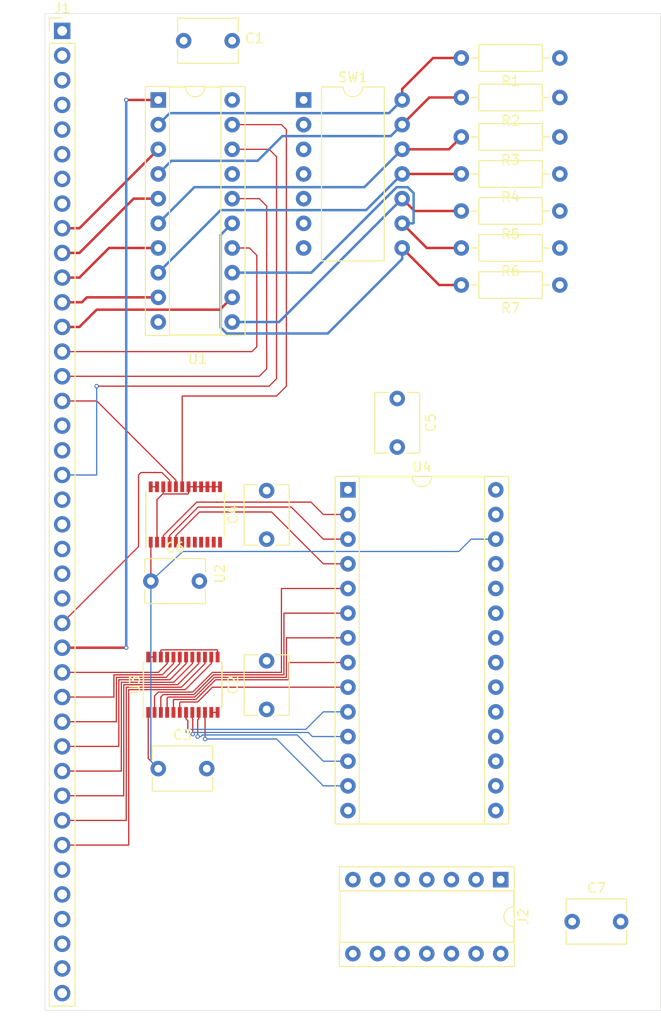
<source format=kicad_pcb>
(kicad_pcb (version 20171130) (host pcbnew 5.1.5+dfsg1-2build2)

  (general
    (thickness 1.6)
    (drawings 4)
    (tracks 266)
    (zones 0)
    (modules 21)
    (nets 79)
  )

  (page A4)
  (layers
    (0 F.Cu signal)
    (1 In1.Cu power)
    (2 In2.Cu power)
    (31 B.Cu signal)
    (36 B.SilkS user)
    (37 F.SilkS user)
    (38 B.Mask user)
    (39 F.Mask user)
    (44 Edge.Cuts user)
    (45 Margin user)
    (46 B.CrtYd user)
    (47 F.CrtYd user)
    (48 B.Fab user)
    (49 F.Fab user)
  )

  (setup
    (last_trace_width 0.127)
    (trace_clearance 0.127)
    (zone_clearance 0.508)
    (zone_45_only no)
    (trace_min 0.127)
    (via_size 0.4572)
    (via_drill 0.254)
    (via_min_size 0.1016)
    (via_min_drill 0.254)
    (uvia_size 0.4572)
    (uvia_drill 0.254)
    (uvias_allowed no)
    (uvia_min_size 0)
    (uvia_min_drill 0)
    (edge_width 0.05)
    (segment_width 0.2)
    (pcb_text_width 0.3)
    (pcb_text_size 1.5 1.5)
    (mod_edge_width 0.12)
    (mod_text_size 1 1)
    (mod_text_width 0.15)
    (pad_size 1.524 1.524)
    (pad_drill 0.762)
    (pad_to_mask_clearance 0.0508)
    (solder_mask_min_width 0.1016)
    (aux_axis_origin 0 0)
    (visible_elements FFFFFF7F)
    (pcbplotparams
      (layerselection 0x010fc_ffffffff)
      (usegerberextensions false)
      (usegerberattributes false)
      (usegerberadvancedattributes false)
      (creategerberjobfile false)
      (excludeedgelayer true)
      (linewidth 0.100000)
      (plotframeref false)
      (viasonmask false)
      (mode 1)
      (useauxorigin false)
      (hpglpennumber 1)
      (hpglpenspeed 20)
      (hpglpendiameter 15.000000)
      (psnegative false)
      (psa4output false)
      (plotreference true)
      (plotvalue true)
      (plotinvisibletext false)
      (padsonsilk false)
      (subtractmaskfromsilk false)
      (outputformat 1)
      (mirror false)
      (drillshape 1)
      (scaleselection 1)
      (outputdirectory ""))
  )

  (net 0 "")
  (net 1 +3V3)
  (net 2 +5V)
  (net 3 "Net-(J1-Pad40)")
  (net 4 "Net-(J1-Pad39)")
  (net 5 "Net-(J1-Pad38)")
  (net 6 "Net-(J1-Pad37)")
  (net 7 "Net-(J1-Pad36)")
  (net 8 "Net-(J1-Pad35)")
  (net 9 "Net-(J1-Pad34)")
  (net 10 "Net-(J1-Pad33)")
  (net 11 "Net-(J1-Pad32)")
  (net 12 "Net-(J1-Pad31)")
  (net 13 "Net-(J1-Pad30)")
  (net 14 "Net-(J1-Pad29)")
  (net 15 "Net-(J1-Pad28)")
  (net 16 "Net-(J1-Pad27)")
  (net 17 "Net-(J1-Pad26)")
  (net 18 "Net-(J1-Pad25)")
  (net 19 "Net-(J1-Pad24)")
  (net 20 "Net-(J1-Pad23)")
  (net 21 "Net-(J1-Pad22)")
  (net 22 "Net-(J1-Pad21)")
  (net 23 "Net-(J1-Pad20)")
  (net 24 "Net-(J1-Pad19)")
  (net 25 "Net-(J1-Pad16)")
  (net 26 "Net-(J1-Pad15)")
  (net 27 "Net-(J1-Pad14)")
  (net 28 "Net-(J1-Pad13)")
  (net 29 "Net-(J1-Pad12)")
  (net 30 "Net-(J1-Pad11)")
  (net 31 "Net-(J1-Pad10)")
  (net 32 "Net-(J1-Pad9)")
  (net 33 "Net-(J1-Pad8)")
  (net 34 "Net-(J1-Pad7)")
  (net 35 "Net-(J1-Pad6)")
  (net 36 "Net-(J1-Pad5)")
  (net 37 "Net-(J1-Pad4)")
  (net 38 "Net-(J1-Pad3)")
  (net 39 "Net-(J1-Pad2)")
  (net 40 "Net-(J1-Pad1)")
  (net 41 "Net-(R1-Pad2)")
  (net 42 "Net-(R2-Pad2)")
  (net 43 "Net-(R3-Pad2)")
  (net 44 "Net-(R4-Pad2)")
  (net 45 "Net-(R5-Pad2)")
  (net 46 "Net-(R6-Pad2)")
  (net 47 "Net-(R7-Pad2)")
  (net 48 "Net-(U1-Pad19)")
  (net 49 "Net-(U2-Pad10)")
  (net 50 "Net-(U2-Pad9)")
  (net 51 "Net-(U2-Pad8)")
  (net 52 "Net-(U2-Pad7)")
  (net 53 "Net-(U2-Pad6)")
  (net 54 "Net-(U2-Pad5)")
  (net 55 "Net-(U2-Pad4)")
  (net 56 "Net-(U2-Pad3)")
  (net 57 "Net-(U3-Pad10)")
  (net 58 "Net-(U3-Pad9)")
  (net 59 "Net-(U3-Pad8)")
  (net 60 "Net-(U3-Pad7)")
  (net 61 "Net-(U3-Pad6)")
  (net 62 "Net-(U3-Pad5)")
  (net 63 "Net-(U3-Pad4)")
  (net 64 "Net-(U3-Pad3)")
  (net 65 "Net-(U3-Pad2)")
  (net 66 GNDD)
  (net 67 "Net-(J2-Pad9)")
  (net 68 /R1)
  (net 69 /HSYNC)
  (net 70 /G2)
  (net 71 /B0)
  (net 72 /G0)
  (net 73 /B2)
  (net 74 /B1)
  (net 75 /G1)
  (net 76 /R0)
  (net 77 /VSYNC)
  (net 78 /R2)

  (net_class Default "This is the default net class."
    (clearance 0.127)
    (trace_width 0.127)
    (via_dia 0.4572)
    (via_drill 0.254)
    (uvia_dia 0.4572)
    (uvia_drill 0.254)
    (diff_pair_width 0.127)
    (diff_pair_gap 0.127)
    (add_net +3V3)
    (add_net +5V)
    (add_net /B0)
    (add_net /B1)
    (add_net /B2)
    (add_net /G0)
    (add_net /G1)
    (add_net /G2)
    (add_net /HSYNC)
    (add_net /R0)
    (add_net /R1)
    (add_net /R2)
    (add_net /VSYNC)
    (add_net GNDD)
    (add_net "Net-(J1-Pad1)")
    (add_net "Net-(J1-Pad10)")
    (add_net "Net-(J1-Pad11)")
    (add_net "Net-(J1-Pad12)")
    (add_net "Net-(J1-Pad13)")
    (add_net "Net-(J1-Pad14)")
    (add_net "Net-(J1-Pad15)")
    (add_net "Net-(J1-Pad16)")
    (add_net "Net-(J1-Pad19)")
    (add_net "Net-(J1-Pad2)")
    (add_net "Net-(J1-Pad20)")
    (add_net "Net-(J1-Pad21)")
    (add_net "Net-(J1-Pad22)")
    (add_net "Net-(J1-Pad23)")
    (add_net "Net-(J1-Pad24)")
    (add_net "Net-(J1-Pad25)")
    (add_net "Net-(J1-Pad26)")
    (add_net "Net-(J1-Pad27)")
    (add_net "Net-(J1-Pad28)")
    (add_net "Net-(J1-Pad29)")
    (add_net "Net-(J1-Pad3)")
    (add_net "Net-(J1-Pad30)")
    (add_net "Net-(J1-Pad31)")
    (add_net "Net-(J1-Pad32)")
    (add_net "Net-(J1-Pad33)")
    (add_net "Net-(J1-Pad34)")
    (add_net "Net-(J1-Pad35)")
    (add_net "Net-(J1-Pad36)")
    (add_net "Net-(J1-Pad37)")
    (add_net "Net-(J1-Pad38)")
    (add_net "Net-(J1-Pad39)")
    (add_net "Net-(J1-Pad4)")
    (add_net "Net-(J1-Pad40)")
    (add_net "Net-(J1-Pad5)")
    (add_net "Net-(J1-Pad6)")
    (add_net "Net-(J1-Pad7)")
    (add_net "Net-(J1-Pad8)")
    (add_net "Net-(J1-Pad9)")
    (add_net "Net-(J2-Pad9)")
    (add_net "Net-(R1-Pad2)")
    (add_net "Net-(R2-Pad2)")
    (add_net "Net-(R3-Pad2)")
    (add_net "Net-(R4-Pad2)")
    (add_net "Net-(R5-Pad2)")
    (add_net "Net-(R6-Pad2)")
    (add_net "Net-(R7-Pad2)")
    (add_net "Net-(U1-Pad19)")
    (add_net "Net-(U2-Pad10)")
    (add_net "Net-(U2-Pad3)")
    (add_net "Net-(U2-Pad4)")
    (add_net "Net-(U2-Pad5)")
    (add_net "Net-(U2-Pad6)")
    (add_net "Net-(U2-Pad7)")
    (add_net "Net-(U2-Pad8)")
    (add_net "Net-(U2-Pad9)")
    (add_net "Net-(U3-Pad10)")
    (add_net "Net-(U3-Pad2)")
    (add_net "Net-(U3-Pad3)")
    (add_net "Net-(U3-Pad4)")
    (add_net "Net-(U3-Pad5)")
    (add_net "Net-(U3-Pad6)")
    (add_net "Net-(U3-Pad7)")
    (add_net "Net-(U3-Pad8)")
    (add_net "Net-(U3-Pad9)")
  )

  (module Package_DIP:DIP-28_W15.24mm_Socket (layer F.Cu) (tedit 5A02E8C5) (tstamp 5F48C7C4)
    (at 56.642 74.422)
    (descr "28-lead though-hole mounted DIP package, row spacing 15.24 mm (600 mils), Socket")
    (tags "THT DIP DIL PDIP 2.54mm 15.24mm 600mil Socket")
    (path /5F4BB38A)
    (fp_text reference U4 (at 7.62 -2.33) (layer F.SilkS)
      (effects (font (size 1 1) (thickness 0.15)))
    )
    (fp_text value VDC-II-card (at 7.62 35.35) (layer F.Fab)
      (effects (font (size 1 1) (thickness 0.15)))
    )
    (fp_text user %R (at 7.62 16.51) (layer F.Fab)
      (effects (font (size 1 1) (thickness 0.15)))
    )
    (fp_line (start 16.8 -1.6) (end -1.55 -1.6) (layer F.CrtYd) (width 0.05))
    (fp_line (start 16.8 34.65) (end 16.8 -1.6) (layer F.CrtYd) (width 0.05))
    (fp_line (start -1.55 34.65) (end 16.8 34.65) (layer F.CrtYd) (width 0.05))
    (fp_line (start -1.55 -1.6) (end -1.55 34.65) (layer F.CrtYd) (width 0.05))
    (fp_line (start 16.57 -1.39) (end -1.33 -1.39) (layer F.SilkS) (width 0.12))
    (fp_line (start 16.57 34.41) (end 16.57 -1.39) (layer F.SilkS) (width 0.12))
    (fp_line (start -1.33 34.41) (end 16.57 34.41) (layer F.SilkS) (width 0.12))
    (fp_line (start -1.33 -1.39) (end -1.33 34.41) (layer F.SilkS) (width 0.12))
    (fp_line (start 14.08 -1.33) (end 8.62 -1.33) (layer F.SilkS) (width 0.12))
    (fp_line (start 14.08 34.35) (end 14.08 -1.33) (layer F.SilkS) (width 0.12))
    (fp_line (start 1.16 34.35) (end 14.08 34.35) (layer F.SilkS) (width 0.12))
    (fp_line (start 1.16 -1.33) (end 1.16 34.35) (layer F.SilkS) (width 0.12))
    (fp_line (start 6.62 -1.33) (end 1.16 -1.33) (layer F.SilkS) (width 0.12))
    (fp_line (start 16.51 -1.33) (end -1.27 -1.33) (layer F.Fab) (width 0.1))
    (fp_line (start 16.51 34.35) (end 16.51 -1.33) (layer F.Fab) (width 0.1))
    (fp_line (start -1.27 34.35) (end 16.51 34.35) (layer F.Fab) (width 0.1))
    (fp_line (start -1.27 -1.33) (end -1.27 34.35) (layer F.Fab) (width 0.1))
    (fp_line (start 0.255 -0.27) (end 1.255 -1.27) (layer F.Fab) (width 0.1))
    (fp_line (start 0.255 34.29) (end 0.255 -0.27) (layer F.Fab) (width 0.1))
    (fp_line (start 14.985 34.29) (end 0.255 34.29) (layer F.Fab) (width 0.1))
    (fp_line (start 14.985 -1.27) (end 14.985 34.29) (layer F.Fab) (width 0.1))
    (fp_line (start 1.255 -1.27) (end 14.985 -1.27) (layer F.Fab) (width 0.1))
    (fp_arc (start 7.62 -1.33) (end 6.62 -1.33) (angle -180) (layer F.SilkS) (width 0.12))
    (pad 28 thru_hole oval (at 15.24 0) (size 1.6 1.6) (drill 0.8) (layers *.Cu *.Mask)
      (net 2 +5V))
    (pad 14 thru_hole oval (at 0 33.02) (size 1.6 1.6) (drill 0.8) (layers *.Cu *.Mask))
    (pad 27 thru_hole oval (at 15.24 2.54) (size 1.6 1.6) (drill 0.8) (layers *.Cu *.Mask)
      (net 66 GNDD))
    (pad 13 thru_hole oval (at 0 30.48) (size 1.6 1.6) (drill 0.8) (layers *.Cu *.Mask)
      (net 57 "Net-(U3-Pad10)"))
    (pad 26 thru_hole oval (at 15.24 5.08) (size 1.6 1.6) (drill 0.8) (layers *.Cu *.Mask)
      (net 1 +3V3))
    (pad 12 thru_hole oval (at 0 27.94) (size 1.6 1.6) (drill 0.8) (layers *.Cu *.Mask)
      (net 58 "Net-(U3-Pad9)"))
    (pad 25 thru_hole oval (at 15.24 7.62) (size 1.6 1.6) (drill 0.8) (layers *.Cu *.Mask)
      (net 77 /VSYNC))
    (pad 11 thru_hole oval (at 0 25.4) (size 1.6 1.6) (drill 0.8) (layers *.Cu *.Mask)
      (net 59 "Net-(U3-Pad8)"))
    (pad 24 thru_hole oval (at 15.24 10.16) (size 1.6 1.6) (drill 0.8) (layers *.Cu *.Mask)
      (net 69 /HSYNC))
    (pad 10 thru_hole oval (at 0 22.86) (size 1.6 1.6) (drill 0.8) (layers *.Cu *.Mask)
      (net 60 "Net-(U3-Pad7)"))
    (pad 23 thru_hole oval (at 15.24 12.7) (size 1.6 1.6) (drill 0.8) (layers *.Cu *.Mask)
      (net 71 /B0))
    (pad 9 thru_hole oval (at 0 20.32) (size 1.6 1.6) (drill 0.8) (layers *.Cu *.Mask)
      (net 61 "Net-(U3-Pad6)"))
    (pad 22 thru_hole oval (at 15.24 15.24) (size 1.6 1.6) (drill 0.8) (layers *.Cu *.Mask)
      (net 74 /B1))
    (pad 8 thru_hole oval (at 0 17.78) (size 1.6 1.6) (drill 0.8) (layers *.Cu *.Mask)
      (net 62 "Net-(U3-Pad5)"))
    (pad 21 thru_hole oval (at 15.24 17.78) (size 1.6 1.6) (drill 0.8) (layers *.Cu *.Mask)
      (net 73 /B2))
    (pad 7 thru_hole oval (at 0 15.24) (size 1.6 1.6) (drill 0.8) (layers *.Cu *.Mask)
      (net 63 "Net-(U3-Pad4)"))
    (pad 20 thru_hole oval (at 15.24 20.32) (size 1.6 1.6) (drill 0.8) (layers *.Cu *.Mask)
      (net 72 /G0))
    (pad 6 thru_hole oval (at 0 12.7) (size 1.6 1.6) (drill 0.8) (layers *.Cu *.Mask)
      (net 64 "Net-(U3-Pad3)"))
    (pad 19 thru_hole oval (at 15.24 22.86) (size 1.6 1.6) (drill 0.8) (layers *.Cu *.Mask)
      (net 75 /G1))
    (pad 5 thru_hole oval (at 0 10.16) (size 1.6 1.6) (drill 0.8) (layers *.Cu *.Mask)
      (net 65 "Net-(U3-Pad2)"))
    (pad 18 thru_hole oval (at 15.24 25.4) (size 1.6 1.6) (drill 0.8) (layers *.Cu *.Mask)
      (net 70 /G2))
    (pad 4 thru_hole oval (at 0 7.62) (size 1.6 1.6) (drill 0.8) (layers *.Cu *.Mask)
      (net 54 "Net-(U2-Pad5)"))
    (pad 17 thru_hole oval (at 15.24 27.94) (size 1.6 1.6) (drill 0.8) (layers *.Cu *.Mask)
      (net 76 /R0))
    (pad 3 thru_hole oval (at 0 5.08) (size 1.6 1.6) (drill 0.8) (layers *.Cu *.Mask)
      (net 55 "Net-(U2-Pad4)"))
    (pad 16 thru_hole oval (at 15.24 30.48) (size 1.6 1.6) (drill 0.8) (layers *.Cu *.Mask)
      (net 68 /R1))
    (pad 2 thru_hole oval (at 0 2.54) (size 1.6 1.6) (drill 0.8) (layers *.Cu *.Mask)
      (net 56 "Net-(U2-Pad3)"))
    (pad 15 thru_hole oval (at 15.24 33.02) (size 1.6 1.6) (drill 0.8) (layers *.Cu *.Mask)
      (net 78 /R2))
    (pad 1 thru_hole rect (at 0 0) (size 1.6 1.6) (drill 0.8) (layers *.Cu *.Mask)
      (net 66 GNDD))
    (model ${KISYS3DMOD}/Package_DIP.3dshapes/DIP-28_W15.24mm_Socket.wrl
      (at (xyz 0 0 0))
      (scale (xyz 1 1 1))
      (rotate (xyz 0 0 0))
    )
  )

  (module Capacitor_THT:C_Disc_D6.0mm_W4.4mm_P5.00mm (layer F.Cu) (tedit 5AE50EF0) (tstamp 5F48A7A8)
    (at 79.756 118.872)
    (descr "C, Disc series, Radial, pin pitch=5.00mm, , diameter*width=6*4.4mm^2, Capacitor")
    (tags "C Disc series Radial pin pitch 5.00mm  diameter 6mm width 4.4mm Capacitor")
    (path /5F675DF6)
    (fp_text reference C7 (at 2.5 -3.45) (layer F.SilkS)
      (effects (font (size 1 1) (thickness 0.15)))
    )
    (fp_text value C (at 2.5 3.45) (layer F.Fab)
      (effects (font (size 1 1) (thickness 0.15)))
    )
    (fp_text user %R (at 2.5 0) (layer F.Fab)
      (effects (font (size 1 1) (thickness 0.15)))
    )
    (fp_line (start 6.05 -2.45) (end -1.05 -2.45) (layer F.CrtYd) (width 0.05))
    (fp_line (start 6.05 2.45) (end 6.05 -2.45) (layer F.CrtYd) (width 0.05))
    (fp_line (start -1.05 2.45) (end 6.05 2.45) (layer F.CrtYd) (width 0.05))
    (fp_line (start -1.05 -2.45) (end -1.05 2.45) (layer F.CrtYd) (width 0.05))
    (fp_line (start 5.62 0.925) (end 5.62 2.321) (layer F.SilkS) (width 0.12))
    (fp_line (start 5.62 -2.321) (end 5.62 -0.925) (layer F.SilkS) (width 0.12))
    (fp_line (start -0.62 0.925) (end -0.62 2.321) (layer F.SilkS) (width 0.12))
    (fp_line (start -0.62 -2.321) (end -0.62 -0.925) (layer F.SilkS) (width 0.12))
    (fp_line (start -0.62 2.321) (end 5.62 2.321) (layer F.SilkS) (width 0.12))
    (fp_line (start -0.62 -2.321) (end 5.62 -2.321) (layer F.SilkS) (width 0.12))
    (fp_line (start 5.5 -2.2) (end -0.5 -2.2) (layer F.Fab) (width 0.1))
    (fp_line (start 5.5 2.2) (end 5.5 -2.2) (layer F.Fab) (width 0.1))
    (fp_line (start -0.5 2.2) (end 5.5 2.2) (layer F.Fab) (width 0.1))
    (fp_line (start -0.5 -2.2) (end -0.5 2.2) (layer F.Fab) (width 0.1))
    (pad 2 thru_hole circle (at 5 0) (size 1.6 1.6) (drill 0.8) (layers *.Cu *.Mask)
      (net 66 GNDD))
    (pad 1 thru_hole circle (at 0 0) (size 1.6 1.6) (drill 0.8) (layers *.Cu *.Mask)
      (net 1 +3V3))
    (model ${KISYS3DMOD}/Capacitor_THT.3dshapes/C_Disc_D6.0mm_W4.4mm_P5.00mm.wrl
      (at (xyz 0 0 0))
      (scale (xyz 1 1 1))
      (rotate (xyz 0 0 0))
    )
  )

  (module Package_DIP:DIP-14_W7.62mm_Socket (layer F.Cu) (tedit 5A02E8C5) (tstamp 5F48ABF5)
    (at 72.39 114.554 270)
    (descr "14-lead though-hole mounted DIP package, row spacing 7.62 mm (300 mils), Socket")
    (tags "THT DIP DIL PDIP 2.54mm 7.62mm 300mil Socket")
    (path /5F4F0374)
    (fp_text reference J2 (at 3.81 -2.33 90) (layer F.SilkS)
      (effects (font (size 1 1) (thickness 0.15)))
    )
    (fp_text value VideoMezzanine14 (at 3.81 17.57 90) (layer F.Fab)
      (effects (font (size 1 1) (thickness 0.15)))
    )
    (fp_text user %R (at 3.81 7.62) (layer F.Fab)
      (effects (font (size 1 1) (thickness 0.15)))
    )
    (fp_line (start 9.15 -1.6) (end -1.55 -1.6) (layer F.CrtYd) (width 0.05))
    (fp_line (start 9.15 16.85) (end 9.15 -1.6) (layer F.CrtYd) (width 0.05))
    (fp_line (start -1.55 16.85) (end 9.15 16.85) (layer F.CrtYd) (width 0.05))
    (fp_line (start -1.55 -1.6) (end -1.55 16.85) (layer F.CrtYd) (width 0.05))
    (fp_line (start 8.95 -1.39) (end -1.33 -1.39) (layer F.SilkS) (width 0.12))
    (fp_line (start 8.95 16.63) (end 8.95 -1.39) (layer F.SilkS) (width 0.12))
    (fp_line (start -1.33 16.63) (end 8.95 16.63) (layer F.SilkS) (width 0.12))
    (fp_line (start -1.33 -1.39) (end -1.33 16.63) (layer F.SilkS) (width 0.12))
    (fp_line (start 6.46 -1.33) (end 4.81 -1.33) (layer F.SilkS) (width 0.12))
    (fp_line (start 6.46 16.57) (end 6.46 -1.33) (layer F.SilkS) (width 0.12))
    (fp_line (start 1.16 16.57) (end 6.46 16.57) (layer F.SilkS) (width 0.12))
    (fp_line (start 1.16 -1.33) (end 1.16 16.57) (layer F.SilkS) (width 0.12))
    (fp_line (start 2.81 -1.33) (end 1.16 -1.33) (layer F.SilkS) (width 0.12))
    (fp_line (start 8.89 -1.33) (end -1.27 -1.33) (layer F.Fab) (width 0.1))
    (fp_line (start 8.89 16.57) (end 8.89 -1.33) (layer F.Fab) (width 0.1))
    (fp_line (start -1.27 16.57) (end 8.89 16.57) (layer F.Fab) (width 0.1))
    (fp_line (start -1.27 -1.33) (end -1.27 16.57) (layer F.Fab) (width 0.1))
    (fp_line (start 0.635 -0.27) (end 1.635 -1.27) (layer F.Fab) (width 0.1))
    (fp_line (start 0.635 16.51) (end 0.635 -0.27) (layer F.Fab) (width 0.1))
    (fp_line (start 6.985 16.51) (end 0.635 16.51) (layer F.Fab) (width 0.1))
    (fp_line (start 6.985 -1.27) (end 6.985 16.51) (layer F.Fab) (width 0.1))
    (fp_line (start 1.635 -1.27) (end 6.985 -1.27) (layer F.Fab) (width 0.1))
    (fp_arc (start 3.81 -1.33) (end 2.81 -1.33) (angle -180) (layer F.SilkS) (width 0.12))
    (pad 14 thru_hole oval (at 7.62 0 270) (size 1.6 1.6) (drill 0.8) (layers *.Cu *.Mask)
      (net 68 /R1))
    (pad 7 thru_hole oval (at 0 15.24 270) (size 1.6 1.6) (drill 0.8) (layers *.Cu *.Mask)
      (net 69 /HSYNC))
    (pad 13 thru_hole oval (at 7.62 2.54 270) (size 1.6 1.6) (drill 0.8) (layers *.Cu *.Mask)
      (net 70 /G2))
    (pad 6 thru_hole oval (at 0 12.7 270) (size 1.6 1.6) (drill 0.8) (layers *.Cu *.Mask)
      (net 71 /B0))
    (pad 12 thru_hole oval (at 7.62 5.08 270) (size 1.6 1.6) (drill 0.8) (layers *.Cu *.Mask)
      (net 72 /G0))
    (pad 5 thru_hole oval (at 0 10.16 270) (size 1.6 1.6) (drill 0.8) (layers *.Cu *.Mask)
      (net 73 /B2))
    (pad 11 thru_hole oval (at 7.62 7.62 270) (size 1.6 1.6) (drill 0.8) (layers *.Cu *.Mask)
      (net 1 +3V3))
    (pad 4 thru_hole oval (at 0 7.62 270) (size 1.6 1.6) (drill 0.8) (layers *.Cu *.Mask)
      (net 66 GNDD))
    (pad 10 thru_hole oval (at 7.62 10.16 270) (size 1.6 1.6) (drill 0.8) (layers *.Cu *.Mask)
      (net 74 /B1))
    (pad 3 thru_hole oval (at 0 5.08 270) (size 1.6 1.6) (drill 0.8) (layers *.Cu *.Mask)
      (net 75 /G1))
    (pad 9 thru_hole oval (at 7.62 12.7 270) (size 1.6 1.6) (drill 0.8) (layers *.Cu *.Mask)
      (net 67 "Net-(J2-Pad9)"))
    (pad 2 thru_hole oval (at 0 2.54 270) (size 1.6 1.6) (drill 0.8) (layers *.Cu *.Mask)
      (net 76 /R0))
    (pad 8 thru_hole oval (at 7.62 15.24 270) (size 1.6 1.6) (drill 0.8) (layers *.Cu *.Mask)
      (net 77 /VSYNC))
    (pad 1 thru_hole rect (at 0 0 270) (size 1.6 1.6) (drill 0.8) (layers *.Cu *.Mask)
      (net 78 /R2))
    (model ${KISYS3DMOD}/Package_DIP.3dshapes/DIP-14_W7.62mm_Socket.wrl
      (at (xyz 0 0 0))
      (scale (xyz 1 1 1))
      (rotate (xyz 0 0 0))
    )
  )

  (module Package_SO:TSSOP-24_4.4x7.8mm_P0.65mm (layer F.Cu) (tedit 5A02F25C) (tstamp 5ED73B45)
    (at 39.878 76.962 90)
    (descr "TSSOP24: plastic thin shrink small outline package; 24 leads; body width 4.4 mm; (see NXP SSOP-TSSOP-VSO-REFLOW.pdf and sot355-1_po.pdf)")
    (tags "SSOP 0.65")
    (path /5EA2888A)
    (attr smd)
    (fp_text reference U2 (at -6.096 3.556 90) (layer F.SilkS)
      (effects (font (size 1 1) (thickness 0.15)))
    )
    (fp_text value SN74LVC8T245PWR (at -5.588 5.08 90) (layer F.Fab)
      (effects (font (size 1 1) (thickness 0.15)))
    )
    (fp_text user %R (at 0 0 90) (layer F.Fab)
      (effects (font (size 0.8 0.8) (thickness 0.15)))
    )
    (fp_line (start -2.325 4.025) (end 2.325 4.025) (layer F.SilkS) (width 0.15))
    (fp_line (start -3.4 -4.075) (end 2.325 -4.075) (layer F.SilkS) (width 0.15))
    (fp_line (start -2.325 4.025) (end -2.325 4) (layer F.SilkS) (width 0.15))
    (fp_line (start 2.325 4.025) (end 2.325 4) (layer F.SilkS) (width 0.15))
    (fp_line (start 2.325 -4.025) (end 2.325 -4) (layer F.SilkS) (width 0.15))
    (fp_line (start -3.65 4.2) (end 3.65 4.2) (layer F.CrtYd) (width 0.05))
    (fp_line (start -3.65 -4.2) (end 3.65 -4.2) (layer F.CrtYd) (width 0.05))
    (fp_line (start 3.65 -4.2) (end 3.65 4.2) (layer F.CrtYd) (width 0.05))
    (fp_line (start -3.65 -4.2) (end -3.65 4.2) (layer F.CrtYd) (width 0.05))
    (fp_line (start -2.2 -2.9) (end -1.2 -3.9) (layer F.Fab) (width 0.15))
    (fp_line (start -2.2 3.9) (end -2.2 -2.9) (layer F.Fab) (width 0.15))
    (fp_line (start 2.2 3.9) (end -2.2 3.9) (layer F.Fab) (width 0.15))
    (fp_line (start 2.2 -3.9) (end 2.2 3.9) (layer F.Fab) (width 0.15))
    (fp_line (start -1.2 -3.9) (end 2.2 -3.9) (layer F.Fab) (width 0.15))
    (pad 24 smd rect (at 2.85 -3.575 90) (size 1.1 0.4) (layers F.Cu F.Paste F.Mask)
      (net 2 +5V))
    (pad 23 smd rect (at 2.85 -2.925 90) (size 1.1 0.4) (layers F.Cu F.Paste F.Mask)
      (net 2 +5V))
    (pad 22 smd rect (at 2.85 -2.275 90) (size 1.1 0.4) (layers F.Cu F.Paste F.Mask)
      (net 66 GNDD))
    (pad 21 smd rect (at 2.85 -1.625 90) (size 1.1 0.4) (layers F.Cu F.Paste F.Mask)
      (net 18 "Net-(J1-Pad25)"))
    (pad 20 smd rect (at 2.85 -0.975 90) (size 1.1 0.4) (layers F.Cu F.Paste F.Mask)
      (net 25 "Net-(J1-Pad16)"))
    (pad 19 smd rect (at 2.85 -0.325 90) (size 1.1 0.4) (layers F.Cu F.Paste F.Mask)
      (net 48 "Net-(U1-Pad19)"))
    (pad 18 smd rect (at 2.85 0.325 90) (size 1.1 0.4) (layers F.Cu F.Paste F.Mask)
      (net 66 GNDD))
    (pad 17 smd rect (at 2.85 0.975 90) (size 1.1 0.4) (layers F.Cu F.Paste F.Mask)
      (net 66 GNDD))
    (pad 16 smd rect (at 2.85 1.625 90) (size 1.1 0.4) (layers F.Cu F.Paste F.Mask)
      (net 66 GNDD))
    (pad 15 smd rect (at 2.85 2.275 90) (size 1.1 0.4) (layers F.Cu F.Paste F.Mask)
      (net 66 GNDD))
    (pad 14 smd rect (at 2.85 2.925 90) (size 1.1 0.4) (layers F.Cu F.Paste F.Mask)
      (net 66 GNDD))
    (pad 13 smd rect (at 2.85 3.575 90) (size 1.1 0.4) (layers F.Cu F.Paste F.Mask)
      (net 66 GNDD))
    (pad 12 smd rect (at -2.85 3.575 90) (size 1.1 0.4) (layers F.Cu F.Paste F.Mask)
      (net 66 GNDD))
    (pad 11 smd rect (at -2.85 2.925 90) (size 1.1 0.4) (layers F.Cu F.Paste F.Mask)
      (net 66 GNDD))
    (pad 10 smd rect (at -2.85 2.275 90) (size 1.1 0.4) (layers F.Cu F.Paste F.Mask)
      (net 49 "Net-(U2-Pad10)"))
    (pad 9 smd rect (at -2.85 1.625 90) (size 1.1 0.4) (layers F.Cu F.Paste F.Mask)
      (net 50 "Net-(U2-Pad9)"))
    (pad 8 smd rect (at -2.85 0.975 90) (size 1.1 0.4) (layers F.Cu F.Paste F.Mask)
      (net 51 "Net-(U2-Pad8)"))
    (pad 7 smd rect (at -2.85 0.325 90) (size 1.1 0.4) (layers F.Cu F.Paste F.Mask)
      (net 52 "Net-(U2-Pad7)"))
    (pad 6 smd rect (at -2.85 -0.325 90) (size 1.1 0.4) (layers F.Cu F.Paste F.Mask)
      (net 53 "Net-(U2-Pad6)"))
    (pad 5 smd rect (at -2.85 -0.975 90) (size 1.1 0.4) (layers F.Cu F.Paste F.Mask)
      (net 54 "Net-(U2-Pad5)"))
    (pad 4 smd rect (at -2.85 -1.625 90) (size 1.1 0.4) (layers F.Cu F.Paste F.Mask)
      (net 55 "Net-(U2-Pad4)"))
    (pad 3 smd rect (at -2.85 -2.275 90) (size 1.1 0.4) (layers F.Cu F.Paste F.Mask)
      (net 56 "Net-(U2-Pad3)"))
    (pad 2 smd rect (at -2.85 -2.925 90) (size 1.1 0.4) (layers F.Cu F.Paste F.Mask)
      (net 66 GNDD))
    (pad 1 smd rect (at -2.85 -3.575 90) (size 1.1 0.4) (layers F.Cu F.Paste F.Mask)
      (net 1 +3V3))
    (model ${KISYS3DMOD}/Package_SO.3dshapes/TSSOP-24_4.4x7.8mm_P0.65mm.wrl
      (at (xyz 0 0 0))
      (scale (xyz 1 1 1))
      (rotate (xyz 0 0 0))
    )
  )

  (module Package_SO:TSSOP-24_4.4x7.8mm_P0.65mm (layer F.Cu) (tedit 5A02F25C) (tstamp 5ED73B70)
    (at 39.624 94.488 90)
    (descr "TSSOP24: plastic thin shrink small outline package; 24 leads; body width 4.4 mm; (see NXP SSOP-TSSOP-VSO-REFLOW.pdf and sot355-1_po.pdf)")
    (tags "SSOP 0.65")
    (path /5E9EFC44)
    (attr smd)
    (fp_text reference U3 (at 0 -4.95 90) (layer F.SilkS)
      (effects (font (size 1 1) (thickness 0.15)))
    )
    (fp_text value SN74LVC8T245PWR (at 0 4.95 90) (layer F.Fab)
      (effects (font (size 1 1) (thickness 0.15)))
    )
    (fp_text user %R (at 0 0 90) (layer F.Fab)
      (effects (font (size 0.8 0.8) (thickness 0.15)))
    )
    (fp_line (start -2.325 4.025) (end 2.325 4.025) (layer F.SilkS) (width 0.15))
    (fp_line (start -3.4 -4.075) (end 2.325 -4.075) (layer F.SilkS) (width 0.15))
    (fp_line (start -2.325 4.025) (end -2.325 4) (layer F.SilkS) (width 0.15))
    (fp_line (start 2.325 4.025) (end 2.325 4) (layer F.SilkS) (width 0.15))
    (fp_line (start 2.325 -4.025) (end 2.325 -4) (layer F.SilkS) (width 0.15))
    (fp_line (start -3.65 4.2) (end 3.65 4.2) (layer F.CrtYd) (width 0.05))
    (fp_line (start -3.65 -4.2) (end 3.65 -4.2) (layer F.CrtYd) (width 0.05))
    (fp_line (start 3.65 -4.2) (end 3.65 4.2) (layer F.CrtYd) (width 0.05))
    (fp_line (start -3.65 -4.2) (end -3.65 4.2) (layer F.CrtYd) (width 0.05))
    (fp_line (start -2.2 -2.9) (end -1.2 -3.9) (layer F.Fab) (width 0.15))
    (fp_line (start -2.2 3.9) (end -2.2 -2.9) (layer F.Fab) (width 0.15))
    (fp_line (start 2.2 3.9) (end -2.2 3.9) (layer F.Fab) (width 0.15))
    (fp_line (start 2.2 -3.9) (end 2.2 3.9) (layer F.Fab) (width 0.15))
    (fp_line (start -1.2 -3.9) (end 2.2 -3.9) (layer F.Fab) (width 0.15))
    (pad 24 smd rect (at 2.85 -3.575 90) (size 1.1 0.4) (layers F.Cu F.Paste F.Mask)
      (net 2 +5V))
    (pad 23 smd rect (at 2.85 -2.925 90) (size 1.1 0.4) (layers F.Cu F.Paste F.Mask)
      (net 2 +5V))
    (pad 22 smd rect (at 2.85 -2.275 90) (size 1.1 0.4) (layers F.Cu F.Paste F.Mask)
      (net 66 GNDD))
    (pad 21 smd rect (at 2.85 -1.625 90) (size 1.1 0.4) (layers F.Cu F.Paste F.Mask)
      (net 16 "Net-(J1-Pad27)"))
    (pad 20 smd rect (at 2.85 -0.975 90) (size 1.1 0.4) (layers F.Cu F.Paste F.Mask)
      (net 15 "Net-(J1-Pad28)"))
    (pad 19 smd rect (at 2.85 -0.325 90) (size 1.1 0.4) (layers F.Cu F.Paste F.Mask)
      (net 14 "Net-(J1-Pad29)"))
    (pad 18 smd rect (at 2.85 0.325 90) (size 1.1 0.4) (layers F.Cu F.Paste F.Mask)
      (net 13 "Net-(J1-Pad30)"))
    (pad 17 smd rect (at 2.85 0.975 90) (size 1.1 0.4) (layers F.Cu F.Paste F.Mask)
      (net 12 "Net-(J1-Pad31)"))
    (pad 16 smd rect (at 2.85 1.625 90) (size 1.1 0.4) (layers F.Cu F.Paste F.Mask)
      (net 11 "Net-(J1-Pad32)"))
    (pad 15 smd rect (at 2.85 2.275 90) (size 1.1 0.4) (layers F.Cu F.Paste F.Mask)
      (net 10 "Net-(J1-Pad33)"))
    (pad 14 smd rect (at 2.85 2.925 90) (size 1.1 0.4) (layers F.Cu F.Paste F.Mask)
      (net 9 "Net-(J1-Pad34)"))
    (pad 13 smd rect (at 2.85 3.575 90) (size 1.1 0.4) (layers F.Cu F.Paste F.Mask)
      (net 66 GNDD))
    (pad 12 smd rect (at -2.85 3.575 90) (size 1.1 0.4) (layers F.Cu F.Paste F.Mask)
      (net 66 GNDD))
    (pad 11 smd rect (at -2.85 2.925 90) (size 1.1 0.4) (layers F.Cu F.Paste F.Mask)
      (net 66 GNDD))
    (pad 10 smd rect (at -2.85 2.275 90) (size 1.1 0.4) (layers F.Cu F.Paste F.Mask)
      (net 57 "Net-(U3-Pad10)"))
    (pad 9 smd rect (at -2.85 1.625 90) (size 1.1 0.4) (layers F.Cu F.Paste F.Mask)
      (net 58 "Net-(U3-Pad9)"))
    (pad 8 smd rect (at -2.85 0.975 90) (size 1.1 0.4) (layers F.Cu F.Paste F.Mask)
      (net 59 "Net-(U3-Pad8)"))
    (pad 7 smd rect (at -2.85 0.325 90) (size 1.1 0.4) (layers F.Cu F.Paste F.Mask)
      (net 60 "Net-(U3-Pad7)"))
    (pad 6 smd rect (at -2.85 -0.325 90) (size 1.1 0.4) (layers F.Cu F.Paste F.Mask)
      (net 61 "Net-(U3-Pad6)"))
    (pad 5 smd rect (at -2.85 -0.975 90) (size 1.1 0.4) (layers F.Cu F.Paste F.Mask)
      (net 62 "Net-(U3-Pad5)"))
    (pad 4 smd rect (at -2.85 -1.625 90) (size 1.1 0.4) (layers F.Cu F.Paste F.Mask)
      (net 63 "Net-(U3-Pad4)"))
    (pad 3 smd rect (at -2.85 -2.275 90) (size 1.1 0.4) (layers F.Cu F.Paste F.Mask)
      (net 64 "Net-(U3-Pad3)"))
    (pad 2 smd rect (at -2.85 -2.925 90) (size 1.1 0.4) (layers F.Cu F.Paste F.Mask)
      (net 65 "Net-(U3-Pad2)"))
    (pad 1 smd rect (at -2.85 -3.575 90) (size 1.1 0.4) (layers F.Cu F.Paste F.Mask)
      (net 1 +3V3))
    (model ${KISYS3DMOD}/Package_SO.3dshapes/TSSOP-24_4.4x7.8mm_P0.65mm.wrl
      (at (xyz 0 0 0))
      (scale (xyz 1 1 1))
      (rotate (xyz 0 0 0))
    )
  )

  (module Package_DIP:DIP-20_W7.62mm_Socket (layer F.Cu) (tedit 5A02E8C5) (tstamp 5ED73B1A)
    (at 37.084 34.29)
    (descr "20-lead though-hole mounted DIP package, row spacing 7.62 mm (300 mils), Socket")
    (tags "THT DIP DIL PDIP 2.54mm 7.62mm 300mil Socket")
    (path /5E82DEC1)
    (fp_text reference U1 (at 4.064 26.67) (layer F.SilkS)
      (effects (font (size 1 1) (thickness 0.15)))
    )
    (fp_text value 74HCT688 (at 3.81 25.19) (layer F.Fab)
      (effects (font (size 1 1) (thickness 0.15)))
    )
    (fp_text user %R (at 3.81 11.43) (layer F.Fab)
      (effects (font (size 1 1) (thickness 0.15)))
    )
    (fp_line (start 9.15 -1.6) (end -1.55 -1.6) (layer F.CrtYd) (width 0.05))
    (fp_line (start 9.15 24.45) (end 9.15 -1.6) (layer F.CrtYd) (width 0.05))
    (fp_line (start -1.55 24.45) (end 9.15 24.45) (layer F.CrtYd) (width 0.05))
    (fp_line (start -1.55 -1.6) (end -1.55 24.45) (layer F.CrtYd) (width 0.05))
    (fp_line (start 8.95 -1.39) (end -1.33 -1.39) (layer F.SilkS) (width 0.12))
    (fp_line (start 8.95 24.25) (end 8.95 -1.39) (layer F.SilkS) (width 0.12))
    (fp_line (start -1.33 24.25) (end 8.95 24.25) (layer F.SilkS) (width 0.12))
    (fp_line (start -1.33 -1.39) (end -1.33 24.25) (layer F.SilkS) (width 0.12))
    (fp_line (start 6.46 -1.33) (end 4.81 -1.33) (layer F.SilkS) (width 0.12))
    (fp_line (start 6.46 24.19) (end 6.46 -1.33) (layer F.SilkS) (width 0.12))
    (fp_line (start 1.16 24.19) (end 6.46 24.19) (layer F.SilkS) (width 0.12))
    (fp_line (start 1.16 -1.33) (end 1.16 24.19) (layer F.SilkS) (width 0.12))
    (fp_line (start 2.81 -1.33) (end 1.16 -1.33) (layer F.SilkS) (width 0.12))
    (fp_line (start 8.89 -1.33) (end -1.27 -1.33) (layer F.Fab) (width 0.1))
    (fp_line (start 8.89 24.19) (end 8.89 -1.33) (layer F.Fab) (width 0.1))
    (fp_line (start -1.27 24.19) (end 8.89 24.19) (layer F.Fab) (width 0.1))
    (fp_line (start -1.27 -1.33) (end -1.27 24.19) (layer F.Fab) (width 0.1))
    (fp_line (start 0.635 -0.27) (end 1.635 -1.27) (layer F.Fab) (width 0.1))
    (fp_line (start 0.635 24.13) (end 0.635 -0.27) (layer F.Fab) (width 0.1))
    (fp_line (start 6.985 24.13) (end 0.635 24.13) (layer F.Fab) (width 0.1))
    (fp_line (start 6.985 -1.27) (end 6.985 24.13) (layer F.Fab) (width 0.1))
    (fp_line (start 1.635 -1.27) (end 6.985 -1.27) (layer F.Fab) (width 0.1))
    (fp_arc (start 3.81 -1.33) (end 2.81 -1.33) (angle -180) (layer F.SilkS) (width 0.12))
    (pad 20 thru_hole oval (at 7.62 0) (size 1.6 1.6) (drill 0.8) (layers *.Cu *.Mask)
      (net 2 +5V))
    (pad 10 thru_hole oval (at 0 22.86) (size 1.6 1.6) (drill 0.8) (layers *.Cu *.Mask)
      (net 66 GNDD))
    (pad 19 thru_hole oval (at 7.62 2.54) (size 1.6 1.6) (drill 0.8) (layers *.Cu *.Mask)
      (net 48 "Net-(U1-Pad19)"))
    (pad 9 thru_hole oval (at 0 20.32) (size 1.6 1.6) (drill 0.8) (layers *.Cu *.Mask)
      (net 29 "Net-(J1-Pad12)"))
    (pad 18 thru_hole oval (at 7.62 5.08) (size 1.6 1.6) (drill 0.8) (layers *.Cu *.Mask)
      (net 24 "Net-(J1-Pad19)"))
    (pad 8 thru_hole oval (at 0 17.78) (size 1.6 1.6) (drill 0.8) (layers *.Cu *.Mask)
      (net 44 "Net-(R4-Pad2)"))
    (pad 17 thru_hole oval (at 7.62 7.62) (size 1.6 1.6) (drill 0.8) (layers *.Cu *.Mask)
      (net 2 +5V))
    (pad 7 thru_hole oval (at 0 15.24) (size 1.6 1.6) (drill 0.8) (layers *.Cu *.Mask)
      (net 30 "Net-(J1-Pad11)"))
    (pad 16 thru_hole oval (at 7.62 10.16) (size 1.6 1.6) (drill 0.8) (layers *.Cu *.Mask)
      (net 26 "Net-(J1-Pad15)"))
    (pad 6 thru_hole oval (at 0 12.7) (size 1.6 1.6) (drill 0.8) (layers *.Cu *.Mask)
      (net 43 "Net-(R3-Pad2)"))
    (pad 15 thru_hole oval (at 7.62 12.7) (size 1.6 1.6) (drill 0.8) (layers *.Cu *.Mask)
      (net 47 "Net-(R7-Pad2)"))
    (pad 5 thru_hole oval (at 0 10.16) (size 1.6 1.6) (drill 0.8) (layers *.Cu *.Mask)
      (net 31 "Net-(J1-Pad10)"))
    (pad 14 thru_hole oval (at 7.62 15.24) (size 1.6 1.6) (drill 0.8) (layers *.Cu *.Mask)
      (net 27 "Net-(J1-Pad14)"))
    (pad 4 thru_hole oval (at 0 7.62) (size 1.6 1.6) (drill 0.8) (layers *.Cu *.Mask)
      (net 42 "Net-(R2-Pad2)"))
    (pad 13 thru_hole oval (at 7.62 17.78) (size 1.6 1.6) (drill 0.8) (layers *.Cu *.Mask)
      (net 46 "Net-(R6-Pad2)"))
    (pad 3 thru_hole oval (at 0 5.08) (size 1.6 1.6) (drill 0.8) (layers *.Cu *.Mask)
      (net 32 "Net-(J1-Pad9)"))
    (pad 12 thru_hole oval (at 7.62 20.32) (size 1.6 1.6) (drill 0.8) (layers *.Cu *.Mask)
      (net 28 "Net-(J1-Pad13)"))
    (pad 2 thru_hole oval (at 0 2.54) (size 1.6 1.6) (drill 0.8) (layers *.Cu *.Mask)
      (net 41 "Net-(R1-Pad2)"))
    (pad 11 thru_hole oval (at 7.62 22.86) (size 1.6 1.6) (drill 0.8) (layers *.Cu *.Mask)
      (net 45 "Net-(R5-Pad2)"))
    (pad 1 thru_hole rect (at 0 0) (size 1.6 1.6) (drill 0.8) (layers *.Cu *.Mask)
      (net 17 "Net-(J1-Pad26)"))
    (model ${KISYS3DMOD}/Package_DIP.3dshapes/DIP-20_W7.62mm_Socket.wrl
      (at (xyz 0 0 0))
      (scale (xyz 1 1 1))
      (rotate (xyz 0 0 0))
    )
  )

  (module Package_DIP:DIP-14_W10.16mm (layer F.Cu) (tedit 5A02E8C5) (tstamp 5ED78BA2)
    (at 52.07 34.29)
    (descr "14-lead though-hole mounted DIP package, row spacing 10.16 mm (400 mils)")
    (tags "THT DIP DIL PDIP 2.54mm 10.16mm 400mil")
    (path /5E832137)
    (fp_text reference SW1 (at 5.08 -2.33) (layer F.SilkS)
      (effects (font (size 1 1) (thickness 0.15)))
    )
    (fp_text value SW_DIP_x07 (at 5.08 17.57) (layer F.Fab)
      (effects (font (size 1 1) (thickness 0.15)))
    )
    (fp_text user %R (at 5.08 7.62) (layer F.Fab)
      (effects (font (size 1 1) (thickness 0.15)))
    )
    (fp_line (start 11.25 -1.55) (end -1.05 -1.55) (layer F.CrtYd) (width 0.05))
    (fp_line (start 11.25 16.8) (end 11.25 -1.55) (layer F.CrtYd) (width 0.05))
    (fp_line (start -1.05 16.8) (end 11.25 16.8) (layer F.CrtYd) (width 0.05))
    (fp_line (start -1.05 -1.55) (end -1.05 16.8) (layer F.CrtYd) (width 0.05))
    (fp_line (start 8.315 -1.33) (end 6.08 -1.33) (layer F.SilkS) (width 0.12))
    (fp_line (start 8.315 16.57) (end 8.315 -1.33) (layer F.SilkS) (width 0.12))
    (fp_line (start 1.845 16.57) (end 8.315 16.57) (layer F.SilkS) (width 0.12))
    (fp_line (start 1.845 -1.33) (end 1.845 16.57) (layer F.SilkS) (width 0.12))
    (fp_line (start 4.08 -1.33) (end 1.845 -1.33) (layer F.SilkS) (width 0.12))
    (fp_line (start 1.905 -0.27) (end 2.905 -1.27) (layer F.Fab) (width 0.1))
    (fp_line (start 1.905 16.51) (end 1.905 -0.27) (layer F.Fab) (width 0.1))
    (fp_line (start 8.255 16.51) (end 1.905 16.51) (layer F.Fab) (width 0.1))
    (fp_line (start 8.255 -1.27) (end 8.255 16.51) (layer F.Fab) (width 0.1))
    (fp_line (start 2.905 -1.27) (end 8.255 -1.27) (layer F.Fab) (width 0.1))
    (fp_arc (start 5.08 -1.33) (end 4.08 -1.33) (angle -180) (layer F.SilkS) (width 0.12))
    (pad 14 thru_hole oval (at 10.16 0) (size 1.6 1.6) (drill 0.8) (layers *.Cu *.Mask)
      (net 41 "Net-(R1-Pad2)"))
    (pad 7 thru_hole oval (at 0 15.24) (size 1.6 1.6) (drill 0.8) (layers *.Cu *.Mask)
      (net 66 GNDD))
    (pad 13 thru_hole oval (at 10.16 2.54) (size 1.6 1.6) (drill 0.8) (layers *.Cu *.Mask)
      (net 42 "Net-(R2-Pad2)"))
    (pad 6 thru_hole oval (at 0 12.7) (size 1.6 1.6) (drill 0.8) (layers *.Cu *.Mask)
      (net 66 GNDD))
    (pad 12 thru_hole oval (at 10.16 5.08) (size 1.6 1.6) (drill 0.8) (layers *.Cu *.Mask)
      (net 43 "Net-(R3-Pad2)"))
    (pad 5 thru_hole oval (at 0 10.16) (size 1.6 1.6) (drill 0.8) (layers *.Cu *.Mask)
      (net 66 GNDD))
    (pad 11 thru_hole oval (at 10.16 7.62) (size 1.6 1.6) (drill 0.8) (layers *.Cu *.Mask)
      (net 44 "Net-(R4-Pad2)"))
    (pad 4 thru_hole oval (at 0 7.62) (size 1.6 1.6) (drill 0.8) (layers *.Cu *.Mask)
      (net 66 GNDD))
    (pad 10 thru_hole oval (at 10.16 10.16) (size 1.6 1.6) (drill 0.8) (layers *.Cu *.Mask)
      (net 45 "Net-(R5-Pad2)"))
    (pad 3 thru_hole oval (at 0 5.08) (size 1.6 1.6) (drill 0.8) (layers *.Cu *.Mask)
      (net 66 GNDD))
    (pad 9 thru_hole oval (at 10.16 12.7) (size 1.6 1.6) (drill 0.8) (layers *.Cu *.Mask)
      (net 46 "Net-(R6-Pad2)"))
    (pad 2 thru_hole oval (at 0 2.54) (size 1.6 1.6) (drill 0.8) (layers *.Cu *.Mask)
      (net 66 GNDD))
    (pad 8 thru_hole oval (at 10.16 15.24) (size 1.6 1.6) (drill 0.8) (layers *.Cu *.Mask)
      (net 47 "Net-(R7-Pad2)"))
    (pad 1 thru_hole rect (at 0 0) (size 1.6 1.6) (drill 0.8) (layers *.Cu *.Mask)
      (net 66 GNDD))
    (model ${KISYS3DMOD}/Package_DIP.3dshapes/DIP-14_W10.16mm.wrl
      (at (xyz 0 0 0))
      (scale (xyz 1 1 1))
      (rotate (xyz 0 0 0))
    )
  )

  (module Resistor_THT:R_Axial_DIN0207_L6.3mm_D2.5mm_P10.16mm_Horizontal (layer F.Cu) (tedit 5AE5139B) (tstamp 5ED73A3E)
    (at 78.486 53.34 180)
    (descr "Resistor, Axial_DIN0207 series, Axial, Horizontal, pin pitch=10.16mm, 0.25W = 1/4W, length*diameter=6.3*2.5mm^2, http://cdn-reichelt.de/documents/datenblatt/B400/1_4W%23YAG.pdf")
    (tags "Resistor Axial_DIN0207 series Axial Horizontal pin pitch 10.16mm 0.25W = 1/4W length 6.3mm diameter 2.5mm")
    (path /5E83CD7B)
    (fp_text reference R7 (at 5.08 -2.37) (layer F.SilkS)
      (effects (font (size 1 1) (thickness 0.15)))
    )
    (fp_text value 4.7K (at 5.08 2.37) (layer F.Fab)
      (effects (font (size 1 1) (thickness 0.15)))
    )
    (fp_text user %R (at 5.08 0) (layer F.Fab)
      (effects (font (size 1 1) (thickness 0.15)))
    )
    (fp_line (start 11.21 -1.5) (end -1.05 -1.5) (layer F.CrtYd) (width 0.05))
    (fp_line (start 11.21 1.5) (end 11.21 -1.5) (layer F.CrtYd) (width 0.05))
    (fp_line (start -1.05 1.5) (end 11.21 1.5) (layer F.CrtYd) (width 0.05))
    (fp_line (start -1.05 -1.5) (end -1.05 1.5) (layer F.CrtYd) (width 0.05))
    (fp_line (start 9.12 0) (end 8.35 0) (layer F.SilkS) (width 0.12))
    (fp_line (start 1.04 0) (end 1.81 0) (layer F.SilkS) (width 0.12))
    (fp_line (start 8.35 -1.37) (end 1.81 -1.37) (layer F.SilkS) (width 0.12))
    (fp_line (start 8.35 1.37) (end 8.35 -1.37) (layer F.SilkS) (width 0.12))
    (fp_line (start 1.81 1.37) (end 8.35 1.37) (layer F.SilkS) (width 0.12))
    (fp_line (start 1.81 -1.37) (end 1.81 1.37) (layer F.SilkS) (width 0.12))
    (fp_line (start 10.16 0) (end 8.23 0) (layer F.Fab) (width 0.1))
    (fp_line (start 0 0) (end 1.93 0) (layer F.Fab) (width 0.1))
    (fp_line (start 8.23 -1.25) (end 1.93 -1.25) (layer F.Fab) (width 0.1))
    (fp_line (start 8.23 1.25) (end 8.23 -1.25) (layer F.Fab) (width 0.1))
    (fp_line (start 1.93 1.25) (end 8.23 1.25) (layer F.Fab) (width 0.1))
    (fp_line (start 1.93 -1.25) (end 1.93 1.25) (layer F.Fab) (width 0.1))
    (pad 2 thru_hole oval (at 10.16 0 180) (size 1.6 1.6) (drill 0.8) (layers *.Cu *.Mask)
      (net 47 "Net-(R7-Pad2)"))
    (pad 1 thru_hole circle (at 0 0 180) (size 1.6 1.6) (drill 0.8) (layers *.Cu *.Mask)
      (net 2 +5V))
    (model ${KISYS3DMOD}/Resistor_THT.3dshapes/R_Axial_DIN0207_L6.3mm_D2.5mm_P10.16mm_Horizontal.wrl
      (at (xyz 0 0 0))
      (scale (xyz 1 1 1))
      (rotate (xyz 0 0 0))
    )
  )

  (module Resistor_THT:R_Axial_DIN0207_L6.3mm_D2.5mm_P10.16mm_Horizontal (layer F.Cu) (tedit 5AE5139B) (tstamp 5ED73A27)
    (at 78.486 49.53 180)
    (descr "Resistor, Axial_DIN0207 series, Axial, Horizontal, pin pitch=10.16mm, 0.25W = 1/4W, length*diameter=6.3*2.5mm^2, http://cdn-reichelt.de/documents/datenblatt/B400/1_4W%23YAG.pdf")
    (tags "Resistor Axial_DIN0207 series Axial Horizontal pin pitch 10.16mm 0.25W = 1/4W length 6.3mm diameter 2.5mm")
    (path /5E83CB40)
    (fp_text reference R6 (at 5.08 -2.37) (layer F.SilkS)
      (effects (font (size 1 1) (thickness 0.15)))
    )
    (fp_text value 4.7K (at 5.08 2.37) (layer F.Fab)
      (effects (font (size 1 1) (thickness 0.15)))
    )
    (fp_text user %R (at 5.08 0) (layer F.Fab)
      (effects (font (size 1 1) (thickness 0.15)))
    )
    (fp_line (start 11.21 -1.5) (end -1.05 -1.5) (layer F.CrtYd) (width 0.05))
    (fp_line (start 11.21 1.5) (end 11.21 -1.5) (layer F.CrtYd) (width 0.05))
    (fp_line (start -1.05 1.5) (end 11.21 1.5) (layer F.CrtYd) (width 0.05))
    (fp_line (start -1.05 -1.5) (end -1.05 1.5) (layer F.CrtYd) (width 0.05))
    (fp_line (start 9.12 0) (end 8.35 0) (layer F.SilkS) (width 0.12))
    (fp_line (start 1.04 0) (end 1.81 0) (layer F.SilkS) (width 0.12))
    (fp_line (start 8.35 -1.37) (end 1.81 -1.37) (layer F.SilkS) (width 0.12))
    (fp_line (start 8.35 1.37) (end 8.35 -1.37) (layer F.SilkS) (width 0.12))
    (fp_line (start 1.81 1.37) (end 8.35 1.37) (layer F.SilkS) (width 0.12))
    (fp_line (start 1.81 -1.37) (end 1.81 1.37) (layer F.SilkS) (width 0.12))
    (fp_line (start 10.16 0) (end 8.23 0) (layer F.Fab) (width 0.1))
    (fp_line (start 0 0) (end 1.93 0) (layer F.Fab) (width 0.1))
    (fp_line (start 8.23 -1.25) (end 1.93 -1.25) (layer F.Fab) (width 0.1))
    (fp_line (start 8.23 1.25) (end 8.23 -1.25) (layer F.Fab) (width 0.1))
    (fp_line (start 1.93 1.25) (end 8.23 1.25) (layer F.Fab) (width 0.1))
    (fp_line (start 1.93 -1.25) (end 1.93 1.25) (layer F.Fab) (width 0.1))
    (pad 2 thru_hole oval (at 10.16 0 180) (size 1.6 1.6) (drill 0.8) (layers *.Cu *.Mask)
      (net 46 "Net-(R6-Pad2)"))
    (pad 1 thru_hole circle (at 0 0 180) (size 1.6 1.6) (drill 0.8) (layers *.Cu *.Mask)
      (net 2 +5V))
    (model ${KISYS3DMOD}/Resistor_THT.3dshapes/R_Axial_DIN0207_L6.3mm_D2.5mm_P10.16mm_Horizontal.wrl
      (at (xyz 0 0 0))
      (scale (xyz 1 1 1))
      (rotate (xyz 0 0 0))
    )
  )

  (module Resistor_THT:R_Axial_DIN0207_L6.3mm_D2.5mm_P10.16mm_Horizontal (layer F.Cu) (tedit 5AE5139B) (tstamp 5ED73A10)
    (at 78.486 45.72 180)
    (descr "Resistor, Axial_DIN0207 series, Axial, Horizontal, pin pitch=10.16mm, 0.25W = 1/4W, length*diameter=6.3*2.5mm^2, http://cdn-reichelt.de/documents/datenblatt/B400/1_4W%23YAG.pdf")
    (tags "Resistor Axial_DIN0207 series Axial Horizontal pin pitch 10.16mm 0.25W = 1/4W length 6.3mm diameter 2.5mm")
    (path /5E83C20E)
    (fp_text reference R5 (at 5.08 -2.37) (layer F.SilkS)
      (effects (font (size 1 1) (thickness 0.15)))
    )
    (fp_text value 4.7K (at 5.08 2.37) (layer F.Fab)
      (effects (font (size 1 1) (thickness 0.15)))
    )
    (fp_text user %R (at 5.08 0) (layer F.Fab)
      (effects (font (size 1 1) (thickness 0.15)))
    )
    (fp_line (start 11.21 -1.5) (end -1.05 -1.5) (layer F.CrtYd) (width 0.05))
    (fp_line (start 11.21 1.5) (end 11.21 -1.5) (layer F.CrtYd) (width 0.05))
    (fp_line (start -1.05 1.5) (end 11.21 1.5) (layer F.CrtYd) (width 0.05))
    (fp_line (start -1.05 -1.5) (end -1.05 1.5) (layer F.CrtYd) (width 0.05))
    (fp_line (start 9.12 0) (end 8.35 0) (layer F.SilkS) (width 0.12))
    (fp_line (start 1.04 0) (end 1.81 0) (layer F.SilkS) (width 0.12))
    (fp_line (start 8.35 -1.37) (end 1.81 -1.37) (layer F.SilkS) (width 0.12))
    (fp_line (start 8.35 1.37) (end 8.35 -1.37) (layer F.SilkS) (width 0.12))
    (fp_line (start 1.81 1.37) (end 8.35 1.37) (layer F.SilkS) (width 0.12))
    (fp_line (start 1.81 -1.37) (end 1.81 1.37) (layer F.SilkS) (width 0.12))
    (fp_line (start 10.16 0) (end 8.23 0) (layer F.Fab) (width 0.1))
    (fp_line (start 0 0) (end 1.93 0) (layer F.Fab) (width 0.1))
    (fp_line (start 8.23 -1.25) (end 1.93 -1.25) (layer F.Fab) (width 0.1))
    (fp_line (start 8.23 1.25) (end 8.23 -1.25) (layer F.Fab) (width 0.1))
    (fp_line (start 1.93 1.25) (end 8.23 1.25) (layer F.Fab) (width 0.1))
    (fp_line (start 1.93 -1.25) (end 1.93 1.25) (layer F.Fab) (width 0.1))
    (pad 2 thru_hole oval (at 10.16 0 180) (size 1.6 1.6) (drill 0.8) (layers *.Cu *.Mask)
      (net 45 "Net-(R5-Pad2)"))
    (pad 1 thru_hole circle (at 0 0 180) (size 1.6 1.6) (drill 0.8) (layers *.Cu *.Mask)
      (net 2 +5V))
    (model ${KISYS3DMOD}/Resistor_THT.3dshapes/R_Axial_DIN0207_L6.3mm_D2.5mm_P10.16mm_Horizontal.wrl
      (at (xyz 0 0 0))
      (scale (xyz 1 1 1))
      (rotate (xyz 0 0 0))
    )
  )

  (module Resistor_THT:R_Axial_DIN0207_L6.3mm_D2.5mm_P10.16mm_Horizontal (layer F.Cu) (tedit 5AE5139B) (tstamp 5ED739F9)
    (at 78.486 41.91 180)
    (descr "Resistor, Axial_DIN0207 series, Axial, Horizontal, pin pitch=10.16mm, 0.25W = 1/4W, length*diameter=6.3*2.5mm^2, http://cdn-reichelt.de/documents/datenblatt/B400/1_4W%23YAG.pdf")
    (tags "Resistor Axial_DIN0207 series Axial Horizontal pin pitch 10.16mm 0.25W = 1/4W length 6.3mm diameter 2.5mm")
    (path /5E83BF7D)
    (fp_text reference R4 (at 5.08 -2.37) (layer F.SilkS)
      (effects (font (size 1 1) (thickness 0.15)))
    )
    (fp_text value 4.7K (at 5.08 2.37) (layer F.Fab)
      (effects (font (size 1 1) (thickness 0.15)))
    )
    (fp_text user %R (at 5.08 0) (layer F.Fab)
      (effects (font (size 1 1) (thickness 0.15)))
    )
    (fp_line (start 11.21 -1.5) (end -1.05 -1.5) (layer F.CrtYd) (width 0.05))
    (fp_line (start 11.21 1.5) (end 11.21 -1.5) (layer F.CrtYd) (width 0.05))
    (fp_line (start -1.05 1.5) (end 11.21 1.5) (layer F.CrtYd) (width 0.05))
    (fp_line (start -1.05 -1.5) (end -1.05 1.5) (layer F.CrtYd) (width 0.05))
    (fp_line (start 9.12 0) (end 8.35 0) (layer F.SilkS) (width 0.12))
    (fp_line (start 1.04 0) (end 1.81 0) (layer F.SilkS) (width 0.12))
    (fp_line (start 8.35 -1.37) (end 1.81 -1.37) (layer F.SilkS) (width 0.12))
    (fp_line (start 8.35 1.37) (end 8.35 -1.37) (layer F.SilkS) (width 0.12))
    (fp_line (start 1.81 1.37) (end 8.35 1.37) (layer F.SilkS) (width 0.12))
    (fp_line (start 1.81 -1.37) (end 1.81 1.37) (layer F.SilkS) (width 0.12))
    (fp_line (start 10.16 0) (end 8.23 0) (layer F.Fab) (width 0.1))
    (fp_line (start 0 0) (end 1.93 0) (layer F.Fab) (width 0.1))
    (fp_line (start 8.23 -1.25) (end 1.93 -1.25) (layer F.Fab) (width 0.1))
    (fp_line (start 8.23 1.25) (end 8.23 -1.25) (layer F.Fab) (width 0.1))
    (fp_line (start 1.93 1.25) (end 8.23 1.25) (layer F.Fab) (width 0.1))
    (fp_line (start 1.93 -1.25) (end 1.93 1.25) (layer F.Fab) (width 0.1))
    (pad 2 thru_hole oval (at 10.16 0 180) (size 1.6 1.6) (drill 0.8) (layers *.Cu *.Mask)
      (net 44 "Net-(R4-Pad2)"))
    (pad 1 thru_hole circle (at 0 0 180) (size 1.6 1.6) (drill 0.8) (layers *.Cu *.Mask)
      (net 2 +5V))
    (model ${KISYS3DMOD}/Resistor_THT.3dshapes/R_Axial_DIN0207_L6.3mm_D2.5mm_P10.16mm_Horizontal.wrl
      (at (xyz 0 0 0))
      (scale (xyz 1 1 1))
      (rotate (xyz 0 0 0))
    )
  )

  (module Resistor_THT:R_Axial_DIN0207_L6.3mm_D2.5mm_P10.16mm_Horizontal (layer F.Cu) (tedit 5AE5139B) (tstamp 5ED739E2)
    (at 78.486 38.1 180)
    (descr "Resistor, Axial_DIN0207 series, Axial, Horizontal, pin pitch=10.16mm, 0.25W = 1/4W, length*diameter=6.3*2.5mm^2, http://cdn-reichelt.de/documents/datenblatt/B400/1_4W%23YAG.pdf")
    (tags "Resistor Axial_DIN0207 series Axial Horizontal pin pitch 10.16mm 0.25W = 1/4W length 6.3mm diameter 2.5mm")
    (path /5E83BD00)
    (fp_text reference R3 (at 5.08 -2.37) (layer F.SilkS)
      (effects (font (size 1 1) (thickness 0.15)))
    )
    (fp_text value 4.7K (at 5.08 2.37) (layer F.Fab)
      (effects (font (size 1 1) (thickness 0.15)))
    )
    (fp_text user %R (at 5.08 0) (layer F.Fab)
      (effects (font (size 1 1) (thickness 0.15)))
    )
    (fp_line (start 11.21 -1.5) (end -1.05 -1.5) (layer F.CrtYd) (width 0.05))
    (fp_line (start 11.21 1.5) (end 11.21 -1.5) (layer F.CrtYd) (width 0.05))
    (fp_line (start -1.05 1.5) (end 11.21 1.5) (layer F.CrtYd) (width 0.05))
    (fp_line (start -1.05 -1.5) (end -1.05 1.5) (layer F.CrtYd) (width 0.05))
    (fp_line (start 9.12 0) (end 8.35 0) (layer F.SilkS) (width 0.12))
    (fp_line (start 1.04 0) (end 1.81 0) (layer F.SilkS) (width 0.12))
    (fp_line (start 8.35 -1.37) (end 1.81 -1.37) (layer F.SilkS) (width 0.12))
    (fp_line (start 8.35 1.37) (end 8.35 -1.37) (layer F.SilkS) (width 0.12))
    (fp_line (start 1.81 1.37) (end 8.35 1.37) (layer F.SilkS) (width 0.12))
    (fp_line (start 1.81 -1.37) (end 1.81 1.37) (layer F.SilkS) (width 0.12))
    (fp_line (start 10.16 0) (end 8.23 0) (layer F.Fab) (width 0.1))
    (fp_line (start 0 0) (end 1.93 0) (layer F.Fab) (width 0.1))
    (fp_line (start 8.23 -1.25) (end 1.93 -1.25) (layer F.Fab) (width 0.1))
    (fp_line (start 8.23 1.25) (end 8.23 -1.25) (layer F.Fab) (width 0.1))
    (fp_line (start 1.93 1.25) (end 8.23 1.25) (layer F.Fab) (width 0.1))
    (fp_line (start 1.93 -1.25) (end 1.93 1.25) (layer F.Fab) (width 0.1))
    (pad 2 thru_hole oval (at 10.16 0 180) (size 1.6 1.6) (drill 0.8) (layers *.Cu *.Mask)
      (net 43 "Net-(R3-Pad2)"))
    (pad 1 thru_hole circle (at 0 0 180) (size 1.6 1.6) (drill 0.8) (layers *.Cu *.Mask)
      (net 2 +5V))
    (model ${KISYS3DMOD}/Resistor_THT.3dshapes/R_Axial_DIN0207_L6.3mm_D2.5mm_P10.16mm_Horizontal.wrl
      (at (xyz 0 0 0))
      (scale (xyz 1 1 1))
      (rotate (xyz 0 0 0))
    )
  )

  (module Resistor_THT:R_Axial_DIN0207_L6.3mm_D2.5mm_P10.16mm_Horizontal (layer F.Cu) (tedit 5AE5139B) (tstamp 5ED739CB)
    (at 78.486 34.036 180)
    (descr "Resistor, Axial_DIN0207 series, Axial, Horizontal, pin pitch=10.16mm, 0.25W = 1/4W, length*diameter=6.3*2.5mm^2, http://cdn-reichelt.de/documents/datenblatt/B400/1_4W%23YAG.pdf")
    (tags "Resistor Axial_DIN0207 series Axial Horizontal pin pitch 10.16mm 0.25W = 1/4W length 6.3mm diameter 2.5mm")
    (path /5E83B7F5)
    (fp_text reference R2 (at 5.08 -2.37) (layer F.SilkS)
      (effects (font (size 1 1) (thickness 0.15)))
    )
    (fp_text value 4.7K (at 5.08 2.37) (layer F.Fab)
      (effects (font (size 1 1) (thickness 0.15)))
    )
    (fp_text user %R (at 5.08 0) (layer F.Fab)
      (effects (font (size 1 1) (thickness 0.15)))
    )
    (fp_line (start 11.21 -1.5) (end -1.05 -1.5) (layer F.CrtYd) (width 0.05))
    (fp_line (start 11.21 1.5) (end 11.21 -1.5) (layer F.CrtYd) (width 0.05))
    (fp_line (start -1.05 1.5) (end 11.21 1.5) (layer F.CrtYd) (width 0.05))
    (fp_line (start -1.05 -1.5) (end -1.05 1.5) (layer F.CrtYd) (width 0.05))
    (fp_line (start 9.12 0) (end 8.35 0) (layer F.SilkS) (width 0.12))
    (fp_line (start 1.04 0) (end 1.81 0) (layer F.SilkS) (width 0.12))
    (fp_line (start 8.35 -1.37) (end 1.81 -1.37) (layer F.SilkS) (width 0.12))
    (fp_line (start 8.35 1.37) (end 8.35 -1.37) (layer F.SilkS) (width 0.12))
    (fp_line (start 1.81 1.37) (end 8.35 1.37) (layer F.SilkS) (width 0.12))
    (fp_line (start 1.81 -1.37) (end 1.81 1.37) (layer F.SilkS) (width 0.12))
    (fp_line (start 10.16 0) (end 8.23 0) (layer F.Fab) (width 0.1))
    (fp_line (start 0 0) (end 1.93 0) (layer F.Fab) (width 0.1))
    (fp_line (start 8.23 -1.25) (end 1.93 -1.25) (layer F.Fab) (width 0.1))
    (fp_line (start 8.23 1.25) (end 8.23 -1.25) (layer F.Fab) (width 0.1))
    (fp_line (start 1.93 1.25) (end 8.23 1.25) (layer F.Fab) (width 0.1))
    (fp_line (start 1.93 -1.25) (end 1.93 1.25) (layer F.Fab) (width 0.1))
    (pad 2 thru_hole oval (at 10.16 0 180) (size 1.6 1.6) (drill 0.8) (layers *.Cu *.Mask)
      (net 42 "Net-(R2-Pad2)"))
    (pad 1 thru_hole circle (at 0 0 180) (size 1.6 1.6) (drill 0.8) (layers *.Cu *.Mask)
      (net 2 +5V))
    (model ${KISYS3DMOD}/Resistor_THT.3dshapes/R_Axial_DIN0207_L6.3mm_D2.5mm_P10.16mm_Horizontal.wrl
      (at (xyz 0 0 0))
      (scale (xyz 1 1 1))
      (rotate (xyz 0 0 0))
    )
  )

  (module Resistor_THT:R_Axial_DIN0207_L6.3mm_D2.5mm_P10.16mm_Horizontal (layer F.Cu) (tedit 5AE5139B) (tstamp 5ED739B4)
    (at 78.486 29.972 180)
    (descr "Resistor, Axial_DIN0207 series, Axial, Horizontal, pin pitch=10.16mm, 0.25W = 1/4W, length*diameter=6.3*2.5mm^2, http://cdn-reichelt.de/documents/datenblatt/B400/1_4W%23YAG.pdf")
    (tags "Resistor Axial_DIN0207 series Axial Horizontal pin pitch 10.16mm 0.25W = 1/4W length 6.3mm diameter 2.5mm")
    (path /5E838AB9)
    (fp_text reference R1 (at 5.08 -2.37) (layer F.SilkS)
      (effects (font (size 1 1) (thickness 0.15)))
    )
    (fp_text value 4.7K (at 5.08 2.37) (layer F.Fab)
      (effects (font (size 1 1) (thickness 0.15)))
    )
    (fp_text user %R (at 5.08 0) (layer F.Fab)
      (effects (font (size 1 1) (thickness 0.15)))
    )
    (fp_line (start 11.21 -1.5) (end -1.05 -1.5) (layer F.CrtYd) (width 0.05))
    (fp_line (start 11.21 1.5) (end 11.21 -1.5) (layer F.CrtYd) (width 0.05))
    (fp_line (start -1.05 1.5) (end 11.21 1.5) (layer F.CrtYd) (width 0.05))
    (fp_line (start -1.05 -1.5) (end -1.05 1.5) (layer F.CrtYd) (width 0.05))
    (fp_line (start 9.12 0) (end 8.35 0) (layer F.SilkS) (width 0.12))
    (fp_line (start 1.04 0) (end 1.81 0) (layer F.SilkS) (width 0.12))
    (fp_line (start 8.35 -1.37) (end 1.81 -1.37) (layer F.SilkS) (width 0.12))
    (fp_line (start 8.35 1.37) (end 8.35 -1.37) (layer F.SilkS) (width 0.12))
    (fp_line (start 1.81 1.37) (end 8.35 1.37) (layer F.SilkS) (width 0.12))
    (fp_line (start 1.81 -1.37) (end 1.81 1.37) (layer F.SilkS) (width 0.12))
    (fp_line (start 10.16 0) (end 8.23 0) (layer F.Fab) (width 0.1))
    (fp_line (start 0 0) (end 1.93 0) (layer F.Fab) (width 0.1))
    (fp_line (start 8.23 -1.25) (end 1.93 -1.25) (layer F.Fab) (width 0.1))
    (fp_line (start 8.23 1.25) (end 8.23 -1.25) (layer F.Fab) (width 0.1))
    (fp_line (start 1.93 1.25) (end 8.23 1.25) (layer F.Fab) (width 0.1))
    (fp_line (start 1.93 -1.25) (end 1.93 1.25) (layer F.Fab) (width 0.1))
    (pad 2 thru_hole oval (at 10.16 0 180) (size 1.6 1.6) (drill 0.8) (layers *.Cu *.Mask)
      (net 41 "Net-(R1-Pad2)"))
    (pad 1 thru_hole circle (at 0 0 180) (size 1.6 1.6) (drill 0.8) (layers *.Cu *.Mask)
      (net 2 +5V))
    (model ${KISYS3DMOD}/Resistor_THT.3dshapes/R_Axial_DIN0207_L6.3mm_D2.5mm_P10.16mm_Horizontal.wrl
      (at (xyz 0 0 0))
      (scale (xyz 1 1 1))
      (rotate (xyz 0 0 0))
    )
  )

  (module Connector_PinHeader_2.54mm:PinHeader_1x40_P2.54mm_Vertical (layer F.Cu) (tedit 59FED5CC) (tstamp 5ED73934)
    (at 27.178 27.178)
    (descr "Through hole straight pin header, 1x40, 2.54mm pitch, single row")
    (tags "Through hole pin header THT 1x40 2.54mm single row")
    (path /5E826279)
    (fp_text reference J1 (at 0 -2.33) (layer F.SilkS)
      (effects (font (size 1 1) (thickness 0.15)))
    )
    (fp_text value Conn_RC40_Male (at 0 101.39) (layer F.Fab)
      (effects (font (size 1 1) (thickness 0.15)))
    )
    (fp_text user %R (at 0 49.53 90) (layer F.Fab)
      (effects (font (size 1 1) (thickness 0.15)))
    )
    (fp_line (start 1.8 -1.8) (end -1.8 -1.8) (layer F.CrtYd) (width 0.05))
    (fp_line (start 1.8 100.85) (end 1.8 -1.8) (layer F.CrtYd) (width 0.05))
    (fp_line (start -1.8 100.85) (end 1.8 100.85) (layer F.CrtYd) (width 0.05))
    (fp_line (start -1.8 -1.8) (end -1.8 100.85) (layer F.CrtYd) (width 0.05))
    (fp_line (start -1.33 -1.33) (end 0 -1.33) (layer F.SilkS) (width 0.12))
    (fp_line (start -1.33 0) (end -1.33 -1.33) (layer F.SilkS) (width 0.12))
    (fp_line (start -1.33 1.27) (end 1.33 1.27) (layer F.SilkS) (width 0.12))
    (fp_line (start 1.33 1.27) (end 1.33 100.39) (layer F.SilkS) (width 0.12))
    (fp_line (start -1.33 1.27) (end -1.33 100.39) (layer F.SilkS) (width 0.12))
    (fp_line (start -1.33 100.39) (end 1.33 100.39) (layer F.SilkS) (width 0.12))
    (fp_line (start -1.27 -0.635) (end -0.635 -1.27) (layer F.Fab) (width 0.1))
    (fp_line (start -1.27 100.33) (end -1.27 -0.635) (layer F.Fab) (width 0.1))
    (fp_line (start 1.27 100.33) (end -1.27 100.33) (layer F.Fab) (width 0.1))
    (fp_line (start 1.27 -1.27) (end 1.27 100.33) (layer F.Fab) (width 0.1))
    (fp_line (start -0.635 -1.27) (end 1.27 -1.27) (layer F.Fab) (width 0.1))
    (pad 40 thru_hole oval (at 0 99.06) (size 1.7 1.7) (drill 1) (layers *.Cu *.Mask)
      (net 3 "Net-(J1-Pad40)"))
    (pad 39 thru_hole oval (at 0 96.52) (size 1.7 1.7) (drill 1) (layers *.Cu *.Mask)
      (net 4 "Net-(J1-Pad39)"))
    (pad 38 thru_hole oval (at 0 93.98) (size 1.7 1.7) (drill 1) (layers *.Cu *.Mask)
      (net 5 "Net-(J1-Pad38)"))
    (pad 37 thru_hole oval (at 0 91.44) (size 1.7 1.7) (drill 1) (layers *.Cu *.Mask)
      (net 6 "Net-(J1-Pad37)"))
    (pad 36 thru_hole oval (at 0 88.9) (size 1.7 1.7) (drill 1) (layers *.Cu *.Mask)
      (net 7 "Net-(J1-Pad36)"))
    (pad 35 thru_hole oval (at 0 86.36) (size 1.7 1.7) (drill 1) (layers *.Cu *.Mask)
      (net 8 "Net-(J1-Pad35)"))
    (pad 34 thru_hole oval (at 0 83.82) (size 1.7 1.7) (drill 1) (layers *.Cu *.Mask)
      (net 9 "Net-(J1-Pad34)"))
    (pad 33 thru_hole oval (at 0 81.28) (size 1.7 1.7) (drill 1) (layers *.Cu *.Mask)
      (net 10 "Net-(J1-Pad33)"))
    (pad 32 thru_hole oval (at 0 78.74) (size 1.7 1.7) (drill 1) (layers *.Cu *.Mask)
      (net 11 "Net-(J1-Pad32)"))
    (pad 31 thru_hole oval (at 0 76.2) (size 1.7 1.7) (drill 1) (layers *.Cu *.Mask)
      (net 12 "Net-(J1-Pad31)"))
    (pad 30 thru_hole oval (at 0 73.66) (size 1.7 1.7) (drill 1) (layers *.Cu *.Mask)
      (net 13 "Net-(J1-Pad30)"))
    (pad 29 thru_hole oval (at 0 71.12) (size 1.7 1.7) (drill 1) (layers *.Cu *.Mask)
      (net 14 "Net-(J1-Pad29)"))
    (pad 28 thru_hole oval (at 0 68.58) (size 1.7 1.7) (drill 1) (layers *.Cu *.Mask)
      (net 15 "Net-(J1-Pad28)"))
    (pad 27 thru_hole oval (at 0 66.04) (size 1.7 1.7) (drill 1) (layers *.Cu *.Mask)
      (net 16 "Net-(J1-Pad27)"))
    (pad 26 thru_hole oval (at 0 63.5) (size 1.7 1.7) (drill 1) (layers *.Cu *.Mask)
      (net 17 "Net-(J1-Pad26)"))
    (pad 25 thru_hole oval (at 0 60.96) (size 1.7 1.7) (drill 1) (layers *.Cu *.Mask)
      (net 18 "Net-(J1-Pad25)"))
    (pad 24 thru_hole oval (at 0 58.42) (size 1.7 1.7) (drill 1) (layers *.Cu *.Mask)
      (net 19 "Net-(J1-Pad24)"))
    (pad 23 thru_hole oval (at 0 55.88) (size 1.7 1.7) (drill 1) (layers *.Cu *.Mask)
      (net 20 "Net-(J1-Pad23)"))
    (pad 22 thru_hole oval (at 0 53.34) (size 1.7 1.7) (drill 1) (layers *.Cu *.Mask)
      (net 21 "Net-(J1-Pad22)"))
    (pad 21 thru_hole oval (at 0 50.8) (size 1.7 1.7) (drill 1) (layers *.Cu *.Mask)
      (net 22 "Net-(J1-Pad21)"))
    (pad 20 thru_hole oval (at 0 48.26) (size 1.7 1.7) (drill 1) (layers *.Cu *.Mask)
      (net 23 "Net-(J1-Pad20)"))
    (pad 19 thru_hole oval (at 0 45.72) (size 1.7 1.7) (drill 1) (layers *.Cu *.Mask)
      (net 24 "Net-(J1-Pad19)"))
    (pad 18 thru_hole oval (at 0 43.18) (size 1.7 1.7) (drill 1) (layers *.Cu *.Mask)
      (net 2 +5V))
    (pad 17 thru_hole oval (at 0 40.64) (size 1.7 1.7) (drill 1) (layers *.Cu *.Mask)
      (net 66 GNDD))
    (pad 16 thru_hole oval (at 0 38.1) (size 1.7 1.7) (drill 1) (layers *.Cu *.Mask)
      (net 25 "Net-(J1-Pad16)"))
    (pad 15 thru_hole oval (at 0 35.56) (size 1.7 1.7) (drill 1) (layers *.Cu *.Mask)
      (net 26 "Net-(J1-Pad15)"))
    (pad 14 thru_hole oval (at 0 33.02) (size 1.7 1.7) (drill 1) (layers *.Cu *.Mask)
      (net 27 "Net-(J1-Pad14)"))
    (pad 13 thru_hole oval (at 0 30.48) (size 1.7 1.7) (drill 1) (layers *.Cu *.Mask)
      (net 28 "Net-(J1-Pad13)"))
    (pad 12 thru_hole oval (at 0 27.94) (size 1.7 1.7) (drill 1) (layers *.Cu *.Mask)
      (net 29 "Net-(J1-Pad12)"))
    (pad 11 thru_hole oval (at 0 25.4) (size 1.7 1.7) (drill 1) (layers *.Cu *.Mask)
      (net 30 "Net-(J1-Pad11)"))
    (pad 10 thru_hole oval (at 0 22.86) (size 1.7 1.7) (drill 1) (layers *.Cu *.Mask)
      (net 31 "Net-(J1-Pad10)"))
    (pad 9 thru_hole oval (at 0 20.32) (size 1.7 1.7) (drill 1) (layers *.Cu *.Mask)
      (net 32 "Net-(J1-Pad9)"))
    (pad 8 thru_hole oval (at 0 17.78) (size 1.7 1.7) (drill 1) (layers *.Cu *.Mask)
      (net 33 "Net-(J1-Pad8)"))
    (pad 7 thru_hole oval (at 0 15.24) (size 1.7 1.7) (drill 1) (layers *.Cu *.Mask)
      (net 34 "Net-(J1-Pad7)"))
    (pad 6 thru_hole oval (at 0 12.7) (size 1.7 1.7) (drill 1) (layers *.Cu *.Mask)
      (net 35 "Net-(J1-Pad6)"))
    (pad 5 thru_hole oval (at 0 10.16) (size 1.7 1.7) (drill 1) (layers *.Cu *.Mask)
      (net 36 "Net-(J1-Pad5)"))
    (pad 4 thru_hole oval (at 0 7.62) (size 1.7 1.7) (drill 1) (layers *.Cu *.Mask)
      (net 37 "Net-(J1-Pad4)"))
    (pad 3 thru_hole oval (at 0 5.08) (size 1.7 1.7) (drill 1) (layers *.Cu *.Mask)
      (net 38 "Net-(J1-Pad3)"))
    (pad 2 thru_hole oval (at 0 2.54) (size 1.7 1.7) (drill 1) (layers *.Cu *.Mask)
      (net 39 "Net-(J1-Pad2)"))
    (pad 1 thru_hole rect (at 0 0) (size 1.7 1.7) (drill 1) (layers *.Cu *.Mask)
      (net 40 "Net-(J1-Pad1)"))
    (model ${KISYS3DMOD}/Connector_PinHeader_2.54mm.3dshapes/PinHeader_1x40_P2.54mm_Vertical.wrl
      (at (xyz 0 0 0))
      (scale (xyz 1 1 1))
      (rotate (xyz 0 0 0))
    )
  )

  (module Capacitor_THT:C_Disc_D6.0mm_W4.4mm_P5.00mm (layer F.Cu) (tedit 5AE50EF0) (tstamp 5ED738F8)
    (at 36.322 83.82)
    (descr "C, Disc series, Radial, pin pitch=5.00mm, , diameter*width=6*4.4mm^2, Capacitor")
    (tags "C Disc series Radial pin pitch 5.00mm  diameter 6mm width 4.4mm Capacitor")
    (path /5EB35B73)
    (fp_text reference C6 (at 2.5 -3.45) (layer F.SilkS)
      (effects (font (size 1 1) (thickness 0.15)))
    )
    (fp_text value 100nF (at 2.5 3.45) (layer F.Fab)
      (effects (font (size 1 1) (thickness 0.15)))
    )
    (fp_text user %R (at 2.5 0) (layer F.Fab)
      (effects (font (size 1 1) (thickness 0.15)))
    )
    (fp_line (start 6.05 -2.45) (end -1.05 -2.45) (layer F.CrtYd) (width 0.05))
    (fp_line (start 6.05 2.45) (end 6.05 -2.45) (layer F.CrtYd) (width 0.05))
    (fp_line (start -1.05 2.45) (end 6.05 2.45) (layer F.CrtYd) (width 0.05))
    (fp_line (start -1.05 -2.45) (end -1.05 2.45) (layer F.CrtYd) (width 0.05))
    (fp_line (start 5.62 0.925) (end 5.62 2.321) (layer F.SilkS) (width 0.12))
    (fp_line (start 5.62 -2.321) (end 5.62 -0.925) (layer F.SilkS) (width 0.12))
    (fp_line (start -0.62 0.925) (end -0.62 2.321) (layer F.SilkS) (width 0.12))
    (fp_line (start -0.62 -2.321) (end -0.62 -0.925) (layer F.SilkS) (width 0.12))
    (fp_line (start -0.62 2.321) (end 5.62 2.321) (layer F.SilkS) (width 0.12))
    (fp_line (start -0.62 -2.321) (end 5.62 -2.321) (layer F.SilkS) (width 0.12))
    (fp_line (start 5.5 -2.2) (end -0.5 -2.2) (layer F.Fab) (width 0.1))
    (fp_line (start 5.5 2.2) (end 5.5 -2.2) (layer F.Fab) (width 0.1))
    (fp_line (start -0.5 2.2) (end 5.5 2.2) (layer F.Fab) (width 0.1))
    (fp_line (start -0.5 -2.2) (end -0.5 2.2) (layer F.Fab) (width 0.1))
    (pad 2 thru_hole circle (at 5 0) (size 1.6 1.6) (drill 0.8) (layers *.Cu *.Mask)
      (net 66 GNDD))
    (pad 1 thru_hole circle (at 0 0) (size 1.6 1.6) (drill 0.8) (layers *.Cu *.Mask)
      (net 1 +3V3))
    (model ${KISYS3DMOD}/Capacitor_THT.3dshapes/C_Disc_D6.0mm_W4.4mm_P5.00mm.wrl
      (at (xyz 0 0 0))
      (scale (xyz 1 1 1))
      (rotate (xyz 0 0 0))
    )
  )

  (module Capacitor_THT:C_Disc_D6.0mm_W4.4mm_P5.00mm (layer F.Cu) (tedit 5AE50EF0) (tstamp 5ED738E3)
    (at 61.722 65.024 270)
    (descr "C, Disc series, Radial, pin pitch=5.00mm, , diameter*width=6*4.4mm^2, Capacitor")
    (tags "C Disc series Radial pin pitch 5.00mm  diameter 6mm width 4.4mm Capacitor")
    (path /5EA5A502)
    (fp_text reference C5 (at 2.5 -3.45 90) (layer F.SilkS)
      (effects (font (size 1 1) (thickness 0.15)))
    )
    (fp_text value 100nF (at 2.5 3.45 90) (layer F.Fab)
      (effects (font (size 1 1) (thickness 0.15)))
    )
    (fp_text user %R (at 2.5 0 90) (layer F.Fab)
      (effects (font (size 1 1) (thickness 0.15)))
    )
    (fp_line (start 6.05 -2.45) (end -1.05 -2.45) (layer F.CrtYd) (width 0.05))
    (fp_line (start 6.05 2.45) (end 6.05 -2.45) (layer F.CrtYd) (width 0.05))
    (fp_line (start -1.05 2.45) (end 6.05 2.45) (layer F.CrtYd) (width 0.05))
    (fp_line (start -1.05 -2.45) (end -1.05 2.45) (layer F.CrtYd) (width 0.05))
    (fp_line (start 5.62 0.925) (end 5.62 2.321) (layer F.SilkS) (width 0.12))
    (fp_line (start 5.62 -2.321) (end 5.62 -0.925) (layer F.SilkS) (width 0.12))
    (fp_line (start -0.62 0.925) (end -0.62 2.321) (layer F.SilkS) (width 0.12))
    (fp_line (start -0.62 -2.321) (end -0.62 -0.925) (layer F.SilkS) (width 0.12))
    (fp_line (start -0.62 2.321) (end 5.62 2.321) (layer F.SilkS) (width 0.12))
    (fp_line (start -0.62 -2.321) (end 5.62 -2.321) (layer F.SilkS) (width 0.12))
    (fp_line (start 5.5 -2.2) (end -0.5 -2.2) (layer F.Fab) (width 0.1))
    (fp_line (start 5.5 2.2) (end 5.5 -2.2) (layer F.Fab) (width 0.1))
    (fp_line (start -0.5 2.2) (end 5.5 2.2) (layer F.Fab) (width 0.1))
    (fp_line (start -0.5 -2.2) (end -0.5 2.2) (layer F.Fab) (width 0.1))
    (pad 2 thru_hole circle (at 5 0 270) (size 1.6 1.6) (drill 0.8) (layers *.Cu *.Mask)
      (net 66 GNDD))
    (pad 1 thru_hole circle (at 0 0 270) (size 1.6 1.6) (drill 0.8) (layers *.Cu *.Mask)
      (net 2 +5V))
    (model ${KISYS3DMOD}/Capacitor_THT.3dshapes/C_Disc_D6.0mm_W4.4mm_P5.00mm.wrl
      (at (xyz 0 0 0))
      (scale (xyz 1 1 1))
      (rotate (xyz 0 0 0))
    )
  )

  (module Capacitor_THT:C_Disc_D6.0mm_W4.4mm_P5.00mm (layer F.Cu) (tedit 5AE50EF0) (tstamp 5ED738CE)
    (at 48.26 79.502 90)
    (descr "C, Disc series, Radial, pin pitch=5.00mm, , diameter*width=6*4.4mm^2, Capacitor")
    (tags "C Disc series Radial pin pitch 5.00mm  diameter 6mm width 4.4mm Capacitor")
    (path /5EC05BCE)
    (fp_text reference C4 (at 2.5 -3.45 90) (layer F.SilkS)
      (effects (font (size 1 1) (thickness 0.15)))
    )
    (fp_text value 100nF (at 2.5 3.45 90) (layer F.Fab)
      (effects (font (size 1 1) (thickness 0.15)))
    )
    (fp_text user %R (at 2.5 0 90) (layer F.Fab)
      (effects (font (size 1 1) (thickness 0.15)))
    )
    (fp_line (start 6.05 -2.45) (end -1.05 -2.45) (layer F.CrtYd) (width 0.05))
    (fp_line (start 6.05 2.45) (end 6.05 -2.45) (layer F.CrtYd) (width 0.05))
    (fp_line (start -1.05 2.45) (end 6.05 2.45) (layer F.CrtYd) (width 0.05))
    (fp_line (start -1.05 -2.45) (end -1.05 2.45) (layer F.CrtYd) (width 0.05))
    (fp_line (start 5.62 0.925) (end 5.62 2.321) (layer F.SilkS) (width 0.12))
    (fp_line (start 5.62 -2.321) (end 5.62 -0.925) (layer F.SilkS) (width 0.12))
    (fp_line (start -0.62 0.925) (end -0.62 2.321) (layer F.SilkS) (width 0.12))
    (fp_line (start -0.62 -2.321) (end -0.62 -0.925) (layer F.SilkS) (width 0.12))
    (fp_line (start -0.62 2.321) (end 5.62 2.321) (layer F.SilkS) (width 0.12))
    (fp_line (start -0.62 -2.321) (end 5.62 -2.321) (layer F.SilkS) (width 0.12))
    (fp_line (start 5.5 -2.2) (end -0.5 -2.2) (layer F.Fab) (width 0.1))
    (fp_line (start 5.5 2.2) (end 5.5 -2.2) (layer F.Fab) (width 0.1))
    (fp_line (start -0.5 2.2) (end 5.5 2.2) (layer F.Fab) (width 0.1))
    (fp_line (start -0.5 -2.2) (end -0.5 2.2) (layer F.Fab) (width 0.1))
    (pad 2 thru_hole circle (at 5 0 90) (size 1.6 1.6) (drill 0.8) (layers *.Cu *.Mask)
      (net 66 GNDD))
    (pad 1 thru_hole circle (at 0 0 90) (size 1.6 1.6) (drill 0.8) (layers *.Cu *.Mask)
      (net 2 +5V))
    (model ${KISYS3DMOD}/Capacitor_THT.3dshapes/C_Disc_D6.0mm_W4.4mm_P5.00mm.wrl
      (at (xyz 0 0 0))
      (scale (xyz 1 1 1))
      (rotate (xyz 0 0 0))
    )
  )

  (module Capacitor_THT:C_Disc_D6.0mm_W4.4mm_P5.00mm (layer F.Cu) (tedit 5AE50EF0) (tstamp 5ED738B9)
    (at 37.084 103.124)
    (descr "C, Disc series, Radial, pin pitch=5.00mm, , diameter*width=6*4.4mm^2, Capacitor")
    (tags "C Disc series Radial pin pitch 5.00mm  diameter 6mm width 4.4mm Capacitor")
    (path /5EB97931)
    (fp_text reference C3 (at 2.5 -3.45) (layer F.SilkS)
      (effects (font (size 1 1) (thickness 0.15)))
    )
    (fp_text value 100nF (at 2.5 3.45) (layer F.Fab)
      (effects (font (size 1 1) (thickness 0.15)))
    )
    (fp_text user %R (at 2.5 0) (layer F.Fab)
      (effects (font (size 1 1) (thickness 0.15)))
    )
    (fp_line (start 6.05 -2.45) (end -1.05 -2.45) (layer F.CrtYd) (width 0.05))
    (fp_line (start 6.05 2.45) (end 6.05 -2.45) (layer F.CrtYd) (width 0.05))
    (fp_line (start -1.05 2.45) (end 6.05 2.45) (layer F.CrtYd) (width 0.05))
    (fp_line (start -1.05 -2.45) (end -1.05 2.45) (layer F.CrtYd) (width 0.05))
    (fp_line (start 5.62 0.925) (end 5.62 2.321) (layer F.SilkS) (width 0.12))
    (fp_line (start 5.62 -2.321) (end 5.62 -0.925) (layer F.SilkS) (width 0.12))
    (fp_line (start -0.62 0.925) (end -0.62 2.321) (layer F.SilkS) (width 0.12))
    (fp_line (start -0.62 -2.321) (end -0.62 -0.925) (layer F.SilkS) (width 0.12))
    (fp_line (start -0.62 2.321) (end 5.62 2.321) (layer F.SilkS) (width 0.12))
    (fp_line (start -0.62 -2.321) (end 5.62 -2.321) (layer F.SilkS) (width 0.12))
    (fp_line (start 5.5 -2.2) (end -0.5 -2.2) (layer F.Fab) (width 0.1))
    (fp_line (start 5.5 2.2) (end 5.5 -2.2) (layer F.Fab) (width 0.1))
    (fp_line (start -0.5 2.2) (end 5.5 2.2) (layer F.Fab) (width 0.1))
    (fp_line (start -0.5 -2.2) (end -0.5 2.2) (layer F.Fab) (width 0.1))
    (pad 2 thru_hole circle (at 5 0) (size 1.6 1.6) (drill 0.8) (layers *.Cu *.Mask)
      (net 66 GNDD))
    (pad 1 thru_hole circle (at 0 0) (size 1.6 1.6) (drill 0.8) (layers *.Cu *.Mask)
      (net 1 +3V3))
    (model ${KISYS3DMOD}/Capacitor_THT.3dshapes/C_Disc_D6.0mm_W4.4mm_P5.00mm.wrl
      (at (xyz 0 0 0))
      (scale (xyz 1 1 1))
      (rotate (xyz 0 0 0))
    )
  )

  (module Capacitor_THT:C_Disc_D6.0mm_W4.4mm_P5.00mm (layer F.Cu) (tedit 5AE50EF0) (tstamp 5ED738A4)
    (at 48.26 97.028 90)
    (descr "C, Disc series, Radial, pin pitch=5.00mm, , diameter*width=6*4.4mm^2, Capacitor")
    (tags "C Disc series Radial pin pitch 5.00mm  diameter 6mm width 4.4mm Capacitor")
    (path /5EB733D8)
    (fp_text reference C2 (at 2.5 -3.45 90) (layer F.SilkS)
      (effects (font (size 1 1) (thickness 0.15)))
    )
    (fp_text value 100nF (at 2.5 3.45 90) (layer F.Fab)
      (effects (font (size 1 1) (thickness 0.15)))
    )
    (fp_text user %R (at 2.5 0 90) (layer F.Fab)
      (effects (font (size 1 1) (thickness 0.15)))
    )
    (fp_line (start 6.05 -2.45) (end -1.05 -2.45) (layer F.CrtYd) (width 0.05))
    (fp_line (start 6.05 2.45) (end 6.05 -2.45) (layer F.CrtYd) (width 0.05))
    (fp_line (start -1.05 2.45) (end 6.05 2.45) (layer F.CrtYd) (width 0.05))
    (fp_line (start -1.05 -2.45) (end -1.05 2.45) (layer F.CrtYd) (width 0.05))
    (fp_line (start 5.62 0.925) (end 5.62 2.321) (layer F.SilkS) (width 0.12))
    (fp_line (start 5.62 -2.321) (end 5.62 -0.925) (layer F.SilkS) (width 0.12))
    (fp_line (start -0.62 0.925) (end -0.62 2.321) (layer F.SilkS) (width 0.12))
    (fp_line (start -0.62 -2.321) (end -0.62 -0.925) (layer F.SilkS) (width 0.12))
    (fp_line (start -0.62 2.321) (end 5.62 2.321) (layer F.SilkS) (width 0.12))
    (fp_line (start -0.62 -2.321) (end 5.62 -2.321) (layer F.SilkS) (width 0.12))
    (fp_line (start 5.5 -2.2) (end -0.5 -2.2) (layer F.Fab) (width 0.1))
    (fp_line (start 5.5 2.2) (end 5.5 -2.2) (layer F.Fab) (width 0.1))
    (fp_line (start -0.5 2.2) (end 5.5 2.2) (layer F.Fab) (width 0.1))
    (fp_line (start -0.5 -2.2) (end -0.5 2.2) (layer F.Fab) (width 0.1))
    (pad 2 thru_hole circle (at 5 0 90) (size 1.6 1.6) (drill 0.8) (layers *.Cu *.Mask)
      (net 66 GNDD))
    (pad 1 thru_hole circle (at 0 0 90) (size 1.6 1.6) (drill 0.8) (layers *.Cu *.Mask)
      (net 2 +5V))
    (model ${KISYS3DMOD}/Capacitor_THT.3dshapes/C_Disc_D6.0mm_W4.4mm_P5.00mm.wrl
      (at (xyz 0 0 0))
      (scale (xyz 1 1 1))
      (rotate (xyz 0 0 0))
    )
  )

  (module Capacitor_THT:C_Disc_D6.0mm_W4.4mm_P5.00mm (layer F.Cu) (tedit 5AE50EF0) (tstamp 5ED7388F)
    (at 44.704 28.194 180)
    (descr "C, Disc series, Radial, pin pitch=5.00mm, , diameter*width=6*4.4mm^2, Capacitor")
    (tags "C Disc series Radial pin pitch 5.00mm  diameter 6mm width 4.4mm Capacitor")
    (path /5E8A1EF3)
    (fp_text reference C1 (at -2.286 0.254) (layer F.SilkS)
      (effects (font (size 1 1) (thickness 0.15)))
    )
    (fp_text value 100nF (at -3.81 1.778) (layer F.Fab)
      (effects (font (size 1 1) (thickness 0.15)))
    )
    (fp_text user %R (at 2.5 0) (layer F.Fab)
      (effects (font (size 1 1) (thickness 0.15)))
    )
    (fp_line (start 6.05 -2.45) (end -1.05 -2.45) (layer F.CrtYd) (width 0.05))
    (fp_line (start 6.05 2.45) (end 6.05 -2.45) (layer F.CrtYd) (width 0.05))
    (fp_line (start -1.05 2.45) (end 6.05 2.45) (layer F.CrtYd) (width 0.05))
    (fp_line (start -1.05 -2.45) (end -1.05 2.45) (layer F.CrtYd) (width 0.05))
    (fp_line (start 5.62 0.925) (end 5.62 2.321) (layer F.SilkS) (width 0.12))
    (fp_line (start 5.62 -2.321) (end 5.62 -0.925) (layer F.SilkS) (width 0.12))
    (fp_line (start -0.62 0.925) (end -0.62 2.321) (layer F.SilkS) (width 0.12))
    (fp_line (start -0.62 -2.321) (end -0.62 -0.925) (layer F.SilkS) (width 0.12))
    (fp_line (start -0.62 2.321) (end 5.62 2.321) (layer F.SilkS) (width 0.12))
    (fp_line (start -0.62 -2.321) (end 5.62 -2.321) (layer F.SilkS) (width 0.12))
    (fp_line (start 5.5 -2.2) (end -0.5 -2.2) (layer F.Fab) (width 0.1))
    (fp_line (start 5.5 2.2) (end 5.5 -2.2) (layer F.Fab) (width 0.1))
    (fp_line (start -0.5 2.2) (end 5.5 2.2) (layer F.Fab) (width 0.1))
    (fp_line (start -0.5 -2.2) (end -0.5 2.2) (layer F.Fab) (width 0.1))
    (pad 2 thru_hole circle (at 5 0 180) (size 1.6 1.6) (drill 0.8) (layers *.Cu *.Mask)
      (net 66 GNDD))
    (pad 1 thru_hole circle (at 0 0 180) (size 1.6 1.6) (drill 0.8) (layers *.Cu *.Mask)
      (net 2 +5V))
    (model ${KISYS3DMOD}/Capacitor_THT.3dshapes/C_Disc_D6.0mm_W4.4mm_P5.00mm.wrl
      (at (xyz 0 0 0))
      (scale (xyz 1 1 1))
      (rotate (xyz 0 0 0))
    )
  )

  (gr_line (start 88.9 128.016) (end 25.4 128.016) (layer Edge.Cuts) (width 0.05) (tstamp 5EDCB754))
  (gr_line (start 88.9 25.4) (end 88.9 128.016) (layer Edge.Cuts) (width 0.05))
  (gr_line (start 25.4 25.4) (end 88.9 25.4) (layer Edge.Cuts) (width 0.05))
  (gr_line (start 25.4 128.016) (end 25.4 25.4) (layer Edge.Cuts) (width 0.05))

  (segment (start 36.049 102.089) (end 37.084 103.124) (width 0.127) (layer F.Cu) (net 1))
  (segment (start 36.049 97.338) (end 36.049 102.089) (width 0.127) (layer F.Cu) (net 1))
  (segment (start 36.322 79.831) (end 36.303 79.812) (width 0.127) (layer F.Cu) (net 1))
  (segment (start 36.322 83.82) (end 36.322 79.831) (width 0.127) (layer F.Cu) (net 1))
  (segment (start 36.322 102.362) (end 37.084 103.124) (width 0.127) (layer B.Cu) (net 1))
  (segment (start 36.322 83.82) (end 36.322 102.362) (width 0.127) (layer B.Cu) (net 1))
  (segment (start 68.072 80.772) (end 69.342 79.502) (width 0.127) (layer B.Cu) (net 1))
  (segment (start 39.624 80.772) (end 68.072 80.772) (width 0.127) (layer B.Cu) (net 1))
  (segment (start 36.322 83.82) (end 39.624 80.772) (width 0.127) (layer B.Cu) (net 1))
  (segment (start 69.342 79.502) (end 71.882 79.502) (width 0.127) (layer B.Cu) (net 1))
  (segment (start 36.303 74.112) (end 36.953 74.112) (width 0.127) (layer F.Cu) (net 2))
  (segment (start 36.049 91.638) (end 36.699 91.638) (width 0.127) (layer F.Cu) (net 2))
  (segment (start 42.549 92.315) (end 39.868 94.996) (width 0.127) (layer F.Cu) (net 9))
  (segment (start 42.549 91.638) (end 42.549 92.315) (width 0.127) (layer F.Cu) (net 9))
  (segment (start 39.868 94.996) (end 34.036 94.996) (width 0.127) (layer F.Cu) (net 9))
  (segment (start 27.178 110.998) (end 34.036 110.998) (width 0.127) (layer F.Cu) (net 9))
  (segment (start 34.036 110.998) (end 34.036 94.996) (width 0.127) (layer F.Cu) (net 9))
  (segment (start 39.472 94.742) (end 41.899 92.315) (width 0.127) (layer F.Cu) (net 10))
  (segment (start 41.899 92.315) (end 41.899 91.638) (width 0.127) (layer F.Cu) (net 10))
  (segment (start 33.782 94.742) (end 39.472 94.742) (width 0.127) (layer F.Cu) (net 10))
  (segment (start 33.782 108.458) (end 33.782 94.742) (width 0.127) (layer F.Cu) (net 10))
  (segment (start 27.178 108.458) (end 33.782 108.458) (width 0.127) (layer F.Cu) (net 10))
  (segment (start 41.249 92.315) (end 39.076 94.488) (width 0.127) (layer F.Cu) (net 11))
  (segment (start 41.249 91.638) (end 41.249 92.315) (width 0.127) (layer F.Cu) (net 11))
  (segment (start 39.076 94.488) (end 33.528 94.488) (width 0.127) (layer F.Cu) (net 11))
  (segment (start 27.178 105.918) (end 33.528 105.918) (width 0.127) (layer F.Cu) (net 11))
  (segment (start 33.528 105.918) (end 33.528 94.488) (width 0.127) (layer F.Cu) (net 11))
  (segment (start 40.599 92.315) (end 38.68 94.234) (width 0.127) (layer F.Cu) (net 12))
  (segment (start 40.599 91.638) (end 40.599 92.315) (width 0.127) (layer F.Cu) (net 12))
  (segment (start 38.68 94.234) (end 33.274 94.234) (width 0.127) (layer F.Cu) (net 12))
  (segment (start 27.178 103.378) (end 33.274 103.378) (width 0.127) (layer F.Cu) (net 12))
  (segment (start 33.274 103.378) (end 33.274 94.234) (width 0.127) (layer F.Cu) (net 12))
  (segment (start 39.949 92.315) (end 38.284 93.98) (width 0.127) (layer F.Cu) (net 13))
  (segment (start 39.949 91.638) (end 39.949 92.315) (width 0.127) (layer F.Cu) (net 13))
  (segment (start 38.284 93.98) (end 33.02 93.98) (width 0.127) (layer F.Cu) (net 13))
  (segment (start 27.178 100.838) (end 33.02 100.838) (width 0.127) (layer F.Cu) (net 13))
  (segment (start 33.02 100.838) (end 33.02 93.98) (width 0.127) (layer F.Cu) (net 13))
  (segment (start 39.299 92.315) (end 37.888 93.726) (width 0.127) (layer F.Cu) (net 14))
  (segment (start 39.299 91.638) (end 39.299 92.315) (width 0.127) (layer F.Cu) (net 14))
  (segment (start 37.888 93.726) (end 32.766 93.726) (width 0.127) (layer F.Cu) (net 14))
  (segment (start 27.178 98.298) (end 32.766 98.298) (width 0.127) (layer F.Cu) (net 14))
  (segment (start 32.766 98.298) (end 32.766 93.726) (width 0.127) (layer F.Cu) (net 14))
  (segment (start 38.649 92.315) (end 37.492 93.472) (width 0.127) (layer F.Cu) (net 15))
  (segment (start 38.649 91.638) (end 38.649 92.315) (width 0.127) (layer F.Cu) (net 15))
  (segment (start 37.492 93.472) (end 32.512 93.472) (width 0.127) (layer F.Cu) (net 15))
  (segment (start 27.178 95.758) (end 32.512 95.758) (width 0.127) (layer F.Cu) (net 15))
  (segment (start 32.512 95.758) (end 32.512 93.472) (width 0.127) (layer F.Cu) (net 15))
  (segment (start 37.999 92.315) (end 37.096 93.218) (width 0.127) (layer F.Cu) (net 16))
  (segment (start 37.999 91.638) (end 37.999 92.315) (width 0.127) (layer F.Cu) (net 16))
  (segment (start 37.096 93.218) (end 32.258 93.218) (width 0.127) (layer F.Cu) (net 16))
  (segment (start 27.178 93.218) (end 32.258 93.218) (width 0.127) (layer F.Cu) (net 16))
  (segment (start 37.084 34.29) (end 33.782 34.29) (width 0.254) (layer F.Cu) (net 17))
  (segment (start 33.782 34.29) (end 33.782 34.29) (width 0.254) (layer F.Cu) (net 17) (tstamp 5EDC393A))
  (via (at 33.782 34.29) (size 0.4572) (drill 0.254) (layers F.Cu B.Cu) (net 17))
  (segment (start 33.782 34.29) (end 33.782 90.678) (width 0.254) (layer B.Cu) (net 17))
  (segment (start 33.782 90.678) (end 33.782 90.678) (width 0.254) (layer B.Cu) (net 17) (tstamp 5EDC393F))
  (via (at 33.782 90.678) (size 0.4572) (drill 0.254) (layers F.Cu B.Cu) (net 17))
  (segment (start 33.782 90.678) (end 27.178 90.678) (width 0.254) (layer F.Cu) (net 17))
  (segment (start 27.178 88.138) (end 35.052 80.264) (width 0.127) (layer F.Cu) (net 18))
  (segment (start 35.052 80.264) (end 35.052 72.898) (width 0.127) (layer F.Cu) (net 18))
  (segment (start 35.052 72.898) (end 35.306 72.644) (width 0.127) (layer F.Cu) (net 18))
  (segment (start 38.253 73.435) (end 38.253 74.112) (width 0.127) (layer F.Cu) (net 18))
  (segment (start 37.462 72.644) (end 38.253 73.435) (width 0.127) (layer F.Cu) (net 18))
  (segment (start 35.306 72.644) (end 37.462 72.644) (width 0.127) (layer F.Cu) (net 18))
  (segment (start 49.276 40.132) (end 49.276 62.992) (width 0.127) (layer F.Cu) (net 24))
  (segment (start 49.276 62.992) (end 48.514 63.754) (width 0.127) (layer F.Cu) (net 24))
  (segment (start 48.514 39.37) (end 49.276 40.132) (width 0.127) (layer F.Cu) (net 24))
  (segment (start 48.514 63.754) (end 30.734 63.754) (width 0.127) (layer F.Cu) (net 24))
  (segment (start 44.704 39.37) (end 48.514 39.37) (width 0.127) (layer F.Cu) (net 24))
  (segment (start 30.734 63.754) (end 30.734 63.754) (width 0.127) (layer F.Cu) (net 24) (tstamp 5EDC4963))
  (via (at 30.734 63.754) (size 0.4572) (drill 0.254) (layers F.Cu B.Cu) (net 24))
  (segment (start 30.734 72.898) (end 30.734 63.754) (width 0.127) (layer B.Cu) (net 24))
  (segment (start 27.178 72.898) (end 30.734 72.898) (width 0.127) (layer B.Cu) (net 24))
  (segment (start 38.903 73.435) (end 38.903 74.112) (width 0.127) (layer F.Cu) (net 25))
  (segment (start 30.746 65.278) (end 38.903 73.435) (width 0.127) (layer F.Cu) (net 25))
  (segment (start 27.178 65.278) (end 30.746 65.278) (width 0.127) (layer F.Cu) (net 25))
  (segment (start 47.498 44.45) (end 44.704 44.45) (width 0.127) (layer F.Cu) (net 26))
  (segment (start 48.26 45.212) (end 47.498 44.45) (width 0.127) (layer F.Cu) (net 26))
  (segment (start 47.498 62.738) (end 48.26 61.976) (width 0.127) (layer F.Cu) (net 26))
  (segment (start 48.26 61.976) (end 48.26 45.212) (width 0.127) (layer F.Cu) (net 26))
  (segment (start 27.178 62.738) (end 47.498 62.738) (width 0.127) (layer F.Cu) (net 26))
  (segment (start 27.178 60.198) (end 46.736 60.198) (width 0.127) (layer F.Cu) (net 27))
  (segment (start 46.736 60.198) (end 47.244 59.69) (width 0.127) (layer F.Cu) (net 27))
  (segment (start 47.244 59.69) (end 47.244 50.292) (width 0.127) (layer F.Cu) (net 27))
  (segment (start 46.482 49.53) (end 44.704 49.53) (width 0.127) (layer F.Cu) (net 27))
  (segment (start 47.244 50.292) (end 46.482 49.53) (width 0.127) (layer F.Cu) (net 27))
  (segment (start 27.178 57.658) (end 28.956 57.658) (width 0.254) (layer F.Cu) (net 28))
  (segment (start 28.956 57.658) (end 30.734 55.88) (width 0.254) (layer F.Cu) (net 28))
  (segment (start 30.734 55.88) (end 43.434 55.88) (width 0.254) (layer F.Cu) (net 28))
  (segment (start 43.434 55.88) (end 44.704 54.61) (width 0.254) (layer F.Cu) (net 28))
  (segment (start 29.718 54.61) (end 37.084 54.61) (width 0.254) (layer F.Cu) (net 29))
  (segment (start 29.21 55.118) (end 29.718 54.61) (width 0.254) (layer F.Cu) (net 29))
  (segment (start 27.178 55.118) (end 29.21 55.118) (width 0.254) (layer F.Cu) (net 29))
  (segment (start 27.178 52.578) (end 28.956 52.578) (width 0.254) (layer F.Cu) (net 30))
  (segment (start 28.956 52.578) (end 32.004 49.53) (width 0.254) (layer F.Cu) (net 30))
  (segment (start 32.004 49.53) (end 37.084 49.53) (width 0.254) (layer F.Cu) (net 30))
  (segment (start 27.178 50.038) (end 28.956 50.038) (width 0.254) (layer F.Cu) (net 31))
  (segment (start 34.544 44.45) (end 37.084 44.45) (width 0.254) (layer F.Cu) (net 31))
  (segment (start 28.956 50.038) (end 34.544 44.45) (width 0.254) (layer F.Cu) (net 31))
  (segment (start 29.21 47.244) (end 37.084 39.37) (width 0.254) (layer F.Cu) (net 32))
  (segment (start 28.956 47.498) (end 29.21 47.244) (width 0.254) (layer F.Cu) (net 32))
  (segment (start 27.178 47.498) (end 28.956 47.498) (width 0.254) (layer F.Cu) (net 32))
  (segment (start 61.430001 35.089999) (end 62.23 34.29) (width 0.254) (layer B.Cu) (net 41))
  (segment (start 60.871001 35.648999) (end 61.430001 35.089999) (width 0.254) (layer B.Cu) (net 41))
  (segment (start 38.265001 35.648999) (end 60.871001 35.648999) (width 0.254) (layer B.Cu) (net 41))
  (segment (start 37.084 36.83) (end 38.265001 35.648999) (width 0.254) (layer B.Cu) (net 41))
  (segment (start 67.19463 29.972) (end 68.326 29.972) (width 0.254) (layer F.Cu) (net 41))
  (segment (start 65.41663 29.972) (end 67.19463 29.972) (width 0.254) (layer F.Cu) (net 41))
  (segment (start 62.23 33.15863) (end 65.41663 29.972) (width 0.254) (layer F.Cu) (net 41))
  (segment (start 62.23 34.29) (end 62.23 33.15863) (width 0.254) (layer F.Cu) (net 41))
  (segment (start 38.442999 40.551001) (end 47.332999 40.551001) (width 0.254) (layer B.Cu) (net 42))
  (segment (start 37.084 41.91) (end 38.442999 40.551001) (width 0.254) (layer B.Cu) (net 42))
  (segment (start 61.048999 38.011001) (end 61.430001 37.629999) (width 0.254) (layer B.Cu) (net 42))
  (segment (start 49.872999 38.011001) (end 61.048999 38.011001) (width 0.254) (layer B.Cu) (net 42))
  (segment (start 61.430001 37.629999) (end 62.23 36.83) (width 0.254) (layer B.Cu) (net 42))
  (segment (start 47.332999 40.551001) (end 49.872999 38.011001) (width 0.254) (layer B.Cu) (net 42))
  (segment (start 65.024 34.036) (end 68.326 34.036) (width 0.254) (layer F.Cu) (net 42))
  (segment (start 62.23 36.83) (end 65.024 34.036) (width 0.254) (layer F.Cu) (net 42))
  (segment (start 40.805001 43.268999) (end 37.883999 46.190001) (width 0.254) (layer B.Cu) (net 43))
  (segment (start 37.883999 46.190001) (end 37.084 46.99) (width 0.254) (layer B.Cu) (net 43))
  (segment (start 58.331001 43.268999) (end 40.805001 43.268999) (width 0.254) (layer B.Cu) (net 43))
  (segment (start 62.23 39.37) (end 58.331001 43.268999) (width 0.254) (layer B.Cu) (net 43))
  (segment (start 67.056 39.37) (end 68.326 38.1) (width 0.254) (layer F.Cu) (net 43))
  (segment (start 62.23 39.37) (end 67.056 39.37) (width 0.254) (layer F.Cu) (net 43))
  (segment (start 61.430001 42.709999) (end 62.23 41.91) (width 0.254) (layer B.Cu) (net 44))
  (segment (start 58.508999 45.631001) (end 61.430001 42.709999) (width 0.254) (layer B.Cu) (net 44))
  (segment (start 43.522999 45.631001) (end 58.508999 45.631001) (width 0.254) (layer B.Cu) (net 44))
  (segment (start 37.084 52.07) (end 43.522999 45.631001) (width 0.254) (layer B.Cu) (net 44))
  (segment (start 63.36137 41.91) (end 68.326 41.91) (width 0.254) (layer F.Cu) (net 44))
  (segment (start 62.23 41.91) (end 63.36137 41.91) (width 0.254) (layer F.Cu) (net 44))
  (segment (start 49.53 57.15) (end 44.704 57.15) (width 0.254) (layer B.Cu) (net 45))
  (segment (start 62.23 44.45) (end 49.53 57.15) (width 0.254) (layer B.Cu) (net 45))
  (segment (start 63.5 45.72) (end 68.326 45.72) (width 0.254) (layer F.Cu) (net 45))
  (segment (start 62.23 44.45) (end 63.5 45.72) (width 0.254) (layer F.Cu) (net 45))
  (segment (start 45.83537 52.07) (end 44.704 52.07) (width 0.254) (layer B.Cu) (net 46))
  (segment (start 52.862118 52.07) (end 45.83537 52.07) (width 0.254) (layer B.Cu) (net 46))
  (segment (start 61.663119 43.268999) (end 52.862118 52.07) (width 0.254) (layer B.Cu) (net 46))
  (segment (start 62.796881 43.268999) (end 61.663119 43.268999) (width 0.254) (layer B.Cu) (net 46))
  (segment (start 63.411001 43.883119) (end 62.796881 43.268999) (width 0.254) (layer B.Cu) (net 46))
  (segment (start 63.411001 46.940369) (end 63.411001 43.883119) (width 0.254) (layer B.Cu) (net 46))
  (segment (start 63.36137 46.99) (end 63.411001 46.940369) (width 0.254) (layer B.Cu) (net 46))
  (segment (start 62.23 46.99) (end 63.36137 46.99) (width 0.254) (layer B.Cu) (net 46))
  (segment (start 64.77 49.53) (end 68.326 49.53) (width 0.254) (layer F.Cu) (net 46))
  (segment (start 62.23 46.99) (end 64.77 49.53) (width 0.254) (layer F.Cu) (net 46))
  (segment (start 43.904001 47.789999) (end 44.704 46.99) (width 0.254) (layer B.Cu) (net 47))
  (segment (start 43.522999 48.171001) (end 43.904001 47.789999) (width 0.254) (layer B.Cu) (net 47))
  (segment (start 43.522999 57.716881) (end 43.522999 48.171001) (width 0.254) (layer B.Cu) (net 47))
  (segment (start 44.137119 58.331001) (end 43.522999 57.716881) (width 0.254) (layer B.Cu) (net 47))
  (segment (start 54.560369 58.331001) (end 44.137119 58.331001) (width 0.254) (layer B.Cu) (net 47))
  (segment (start 62.23 50.66137) (end 54.560369 58.331001) (width 0.254) (layer B.Cu) (net 47))
  (segment (start 62.23 49.53) (end 62.23 50.66137) (width 0.254) (layer B.Cu) (net 47))
  (segment (start 66.04 53.34) (end 68.326 53.34) (width 0.254) (layer F.Cu) (net 47))
  (segment (start 62.23 49.53) (end 66.04 53.34) (width 0.254) (layer F.Cu) (net 47))
  (segment (start 39.553 64.77) (end 39.553 74.112) (width 0.127) (layer F.Cu) (net 48))
  (segment (start 49.276 64.77) (end 39.553 64.77) (width 0.127) (layer F.Cu) (net 48))
  (segment (start 50.292 63.754) (end 49.276 64.77) (width 0.127) (layer F.Cu) (net 48))
  (segment (start 49.784 36.83) (end 50.292 37.338) (width 0.127) (layer F.Cu) (net 48))
  (segment (start 50.292 37.338) (end 50.292 63.754) (width 0.127) (layer F.Cu) (net 48))
  (segment (start 44.704 36.83) (end 49.784 36.83) (width 0.127) (layer F.Cu) (net 48))
  (segment (start 48.768 76.708) (end 54.102 82.042) (width 0.127) (layer F.Cu) (net 54))
  (segment (start 41.33 76.708) (end 48.768 76.708) (width 0.127) (layer F.Cu) (net 54))
  (segment (start 38.903 79.135) (end 41.33 76.708) (width 0.127) (layer F.Cu) (net 54))
  (segment (start 38.903 79.812) (end 38.903 79.135) (width 0.127) (layer F.Cu) (net 54))
  (segment (start 54.102 82.042) (end 56.642 82.042) (width 0.127) (layer F.Cu) (net 54))
  (segment (start 42.914 76.2) (end 50.8 76.2) (width 0.127) (layer F.Cu) (net 55))
  (segment (start 50.8 76.2) (end 54.102 79.502) (width 0.127) (layer F.Cu) (net 55))
  (segment (start 38.253 79.135) (end 41.188 76.2) (width 0.127) (layer F.Cu) (net 55))
  (segment (start 38.253 79.812) (end 38.253 79.135) (width 0.127) (layer F.Cu) (net 55))
  (segment (start 41.188 76.2) (end 42.926 76.2) (width 0.127) (layer F.Cu) (net 55))
  (segment (start 54.102 79.502) (end 56.642 79.502) (width 0.127) (layer F.Cu) (net 55))
  (segment (start 52.832 75.692) (end 54.102 76.962) (width 0.127) (layer F.Cu) (net 56))
  (segment (start 41.046 75.692) (end 43.18 75.692) (width 0.127) (layer F.Cu) (net 56))
  (segment (start 37.603 79.135) (end 41.046 75.692) (width 0.127) (layer F.Cu) (net 56))
  (segment (start 37.603 79.812) (end 37.603 79.135) (width 0.127) (layer F.Cu) (net 56))
  (segment (start 43.18 75.692) (end 52.832 75.692) (width 0.127) (layer F.Cu) (net 56))
  (segment (start 43.056 75.692) (end 43.18 75.692) (width 0.127) (layer F.Cu) (net 56))
  (segment (start 54.102 76.962) (end 56.642 76.962) (width 0.127) (layer F.Cu) (net 56))
  (segment (start 41.899 98.015) (end 41.91 98.026) (width 0.127) (layer F.Cu) (net 57))
  (segment (start 41.899 97.338) (end 41.899 98.015) (width 0.127) (layer F.Cu) (net 57))
  (segment (start 41.91 98.026) (end 41.91 100.076) (width 0.127) (layer F.Cu) (net 57))
  (segment (start 41.91 100.076) (end 41.91 100.076) (width 0.127) (layer F.Cu) (net 57) (tstamp 5EDC44A6))
  (via (at 41.91 100.076) (size 0.4572) (drill 0.254) (layers F.Cu B.Cu) (net 57))
  (segment (start 49.276 100.076) (end 54.102 104.902) (width 0.127) (layer B.Cu) (net 57))
  (segment (start 41.91 100.076) (end 49.276 100.076) (width 0.127) (layer B.Cu) (net 57))
  (segment (start 54.102 104.902) (end 56.642 104.902) (width 0.127) (layer B.Cu) (net 57))
  (segment (start 41.249 98.015) (end 41.148 98.116) (width 0.127) (layer F.Cu) (net 58))
  (segment (start 41.249 97.338) (end 41.249 98.015) (width 0.127) (layer F.Cu) (net 58))
  (segment (start 41.148 98.116) (end 41.148 99.822) (width 0.127) (layer F.Cu) (net 58))
  (segment (start 41.148 99.822) (end 41.148 99.822) (width 0.127) (layer F.Cu) (net 58) (tstamp 5EDC44A8))
  (via (at 41.148 99.822) (size 0.4572) (drill 0.254) (layers F.Cu B.Cu) (net 58))
  (segment (start 54.102 102.362) (end 56.642 102.362) (width 0.127) (layer B.Cu) (net 58))
  (segment (start 41.63639 99.656899) (end 51.396899 99.656899) (width 0.127) (layer B.Cu) (net 58))
  (segment (start 41.471289 99.822) (end 41.63639 99.656899) (width 0.127) (layer B.Cu) (net 58))
  (segment (start 51.396899 99.656899) (end 54.102 102.362) (width 0.127) (layer B.Cu) (net 58))
  (segment (start 41.148 99.822) (end 41.471289 99.822) (width 0.127) (layer B.Cu) (net 58))
  (segment (start 40.599 98.015) (end 40.64 98.056) (width 0.127) (layer F.Cu) (net 59))
  (segment (start 40.599 97.338) (end 40.599 98.015) (width 0.127) (layer F.Cu) (net 59))
  (segment (start 40.64 98.056) (end 40.64 99.568) (width 0.127) (layer F.Cu) (net 59))
  (segment (start 40.64 99.568) (end 40.64 99.568) (width 0.127) (layer F.Cu) (net 59) (tstamp 5EDC44AA))
  (via (at 40.64 99.568) (size 0.4572) (drill 0.254) (layers F.Cu B.Cu) (net 59))
  (segment (start 52.97063 99.822) (end 54.102 99.822) (width 0.127) (layer B.Cu) (net 59))
  (segment (start 52.551529 99.402899) (end 52.97063 99.822) (width 0.127) (layer B.Cu) (net 59))
  (segment (start 40.805101 99.402899) (end 52.551529 99.402899) (width 0.127) (layer B.Cu) (net 59))
  (segment (start 40.64 99.568) (end 40.805101 99.402899) (width 0.127) (layer B.Cu) (net 59))
  (segment (start 54.102 99.822) (end 56.642 99.822) (width 0.127) (layer B.Cu) (net 59))
  (segment (start 39.949 98.015) (end 40.132 98.198) (width 0.127) (layer F.Cu) (net 60))
  (segment (start 39.949 97.338) (end 39.949 98.015) (width 0.127) (layer F.Cu) (net 60))
  (segment (start 40.132 98.198) (end 40.132 99.314) (width 0.127) (layer F.Cu) (net 60))
  (segment (start 40.132 99.314) (end 40.132 99.314) (width 0.127) (layer F.Cu) (net 60) (tstamp 5EDC44AC))
  (via (at 40.132 99.314) (size 0.4572) (drill 0.254) (layers F.Cu B.Cu) (net 60))
  (segment (start 54.102 97.282) (end 56.642 97.282) (width 0.127) (layer B.Cu) (net 60))
  (segment (start 52.298599 99.085401) (end 54.102 97.282) (width 0.127) (layer B.Cu) (net 60))
  (segment (start 40.360599 99.085401) (end 52.298599 99.085401) (width 0.127) (layer B.Cu) (net 60))
  (segment (start 40.132 99.314) (end 40.360599 99.085401) (width 0.127) (layer B.Cu) (net 60))
  (segment (start 39.299 97.338) (end 39.299 96.337047) (width 0.127) (layer F.Cu) (net 61))
  (segment (start 39.37 96.266047) (end 41.147953 96.266047) (width 0.127) (layer F.Cu) (net 61))
  (segment (start 39.299 96.337047) (end 39.37 96.266047) (width 0.127) (layer F.Cu) (net 61))
  (segment (start 41.147953 96.266047) (end 42.672 94.742) (width 0.127) (layer F.Cu) (net 61))
  (segment (start 42.672 94.742) (end 54.102 94.742) (width 0.127) (layer F.Cu) (net 61))
  (segment (start 54.102 94.742) (end 56.642 94.742) (width 0.127) (layer F.Cu) (net 61))
  (segment (start 42.987672 93.98) (end 50.546 93.98) (width 0.127) (layer F.Cu) (net 62))
  (segment (start 50.546 92.202) (end 54.102 92.202) (width 0.127) (layer F.Cu) (net 62))
  (segment (start 50.546 93.98) (end 50.546 92.202) (width 0.127) (layer F.Cu) (net 62))
  (segment (start 38.689999 96.012037) (end 40.955635 96.012037) (width 0.127) (layer F.Cu) (net 62))
  (segment (start 38.649 96.053036) (end 38.689999 96.012037) (width 0.127) (layer F.Cu) (net 62))
  (segment (start 40.955635 96.012037) (end 42.987672 93.98) (width 0.127) (layer F.Cu) (net 62))
  (segment (start 38.649 97.338) (end 38.649 96.053036) (width 0.127) (layer F.Cu) (net 62))
  (segment (start 54.102 92.202) (end 56.642 92.202) (width 0.127) (layer F.Cu) (net 62))
  (segment (start 50.292 89.662) (end 54.102 89.662) (width 0.127) (layer F.Cu) (net 63))
  (segment (start 50.292 93.726) (end 50.292 89.662) (width 0.127) (layer F.Cu) (net 63))
  (segment (start 40.85042 95.758028) (end 42.882448 93.726) (width 0.127) (layer F.Cu) (net 63))
  (segment (start 38.1 95.758029) (end 40.85042 95.758028) (width 0.127) (layer F.Cu) (net 63))
  (segment (start 42.882448 93.726) (end 50.292 93.726) (width 0.127) (layer F.Cu) (net 63))
  (segment (start 37.999 95.859029) (end 38.1 95.758029) (width 0.127) (layer F.Cu) (net 63))
  (segment (start 37.999 97.338) (end 37.999 95.859029) (width 0.127) (layer F.Cu) (net 63))
  (segment (start 54.102 89.662) (end 56.642 89.662) (width 0.127) (layer F.Cu) (net 63))
  (segment (start 50.038 87.122) (end 54.102 87.122) (width 0.127) (layer F.Cu) (net 64))
  (segment (start 50.038 93.472) (end 50.038 87.122) (width 0.127) (layer F.Cu) (net 64))
  (segment (start 40.745205 95.504019) (end 42.777224 93.472) (width 0.127) (layer F.Cu) (net 64))
  (segment (start 37.592 95.50402) (end 40.745205 95.504019) (width 0.127) (layer F.Cu) (net 64))
  (segment (start 37.349 95.74702) (end 37.592 95.50402) (width 0.127) (layer F.Cu) (net 64))
  (segment (start 42.777224 93.472) (end 50.038 93.472) (width 0.127) (layer F.Cu) (net 64))
  (segment (start 37.349 97.338) (end 37.349 95.74702) (width 0.127) (layer F.Cu) (net 64))
  (segment (start 54.102 87.122) (end 56.642 87.122) (width 0.127) (layer F.Cu) (net 64))
  (segment (start 36.699 97.338) (end 36.699 95.635) (width 0.127) (layer F.Cu) (net 65))
  (segment (start 37.08399 95.25001) (end 40.63999 95.25001) (width 0.127) (layer F.Cu) (net 65))
  (segment (start 36.699 95.635) (end 37.08399 95.25001) (width 0.127) (layer F.Cu) (net 65))
  (segment (start 40.63999 95.25001) (end 42.672 93.218) (width 0.127) (layer F.Cu) (net 65))
  (segment (start 42.672 93.218) (end 49.784 93.218) (width 0.127) (layer F.Cu) (net 65))
  (segment (start 49.784 93.218) (end 49.784 84.582) (width 0.127) (layer F.Cu) (net 65))
  (segment (start 49.784 84.582) (end 54.102 84.582) (width 0.127) (layer F.Cu) (net 65))
  (segment (start 54.102 84.582) (end 56.642 84.582) (width 0.127) (layer F.Cu) (net 65))
  (segment (start 40.203 74.112) (end 43.453 74.112) (width 0.127) (layer F.Cu) (net 66))
  (segment (start 40.203 74.789) (end 40.203 74.112) (width 0.127) (layer F.Cu) (net 66))
  (segment (start 37.666501 74.852501) (end 40.139499 74.852501) (width 0.127) (layer F.Cu) (net 66))
  (segment (start 37.603 74.789) (end 37.666501 74.852501) (width 0.127) (layer F.Cu) (net 66))
  (segment (start 40.139499 74.852501) (end 40.203 74.789) (width 0.127) (layer F.Cu) (net 66))
  (segment (start 37.603 74.112) (end 37.603 74.789) (width 0.127) (layer F.Cu) (net 66))
  (segment (start 36.953 75.438) (end 37.603 74.789) (width 0.127) (layer F.Cu) (net 66))
  (segment (start 36.953 79.812) (end 36.953 75.438) (width 0.127) (layer F.Cu) (net 66))
  (segment (start 43.199 90.961) (end 43.199 91.638) (width 0.127) (layer F.Cu) (net 66))
  (segment (start 43.135499 90.897499) (end 43.199 90.961) (width 0.127) (layer F.Cu) (net 66))
  (segment (start 37.412501 90.897499) (end 43.135499 90.897499) (width 0.127) (layer F.Cu) (net 66))
  (segment (start 37.349 90.961) (end 37.412501 90.897499) (width 0.127) (layer F.Cu) (net 66))
  (segment (start 37.349 91.638) (end 37.349 90.961) (width 0.127) (layer F.Cu) (net 66))
  (segment (start 42.549 97.338) (end 43.199 97.338) (width 0.127) (layer F.Cu) (net 66))

)

</source>
